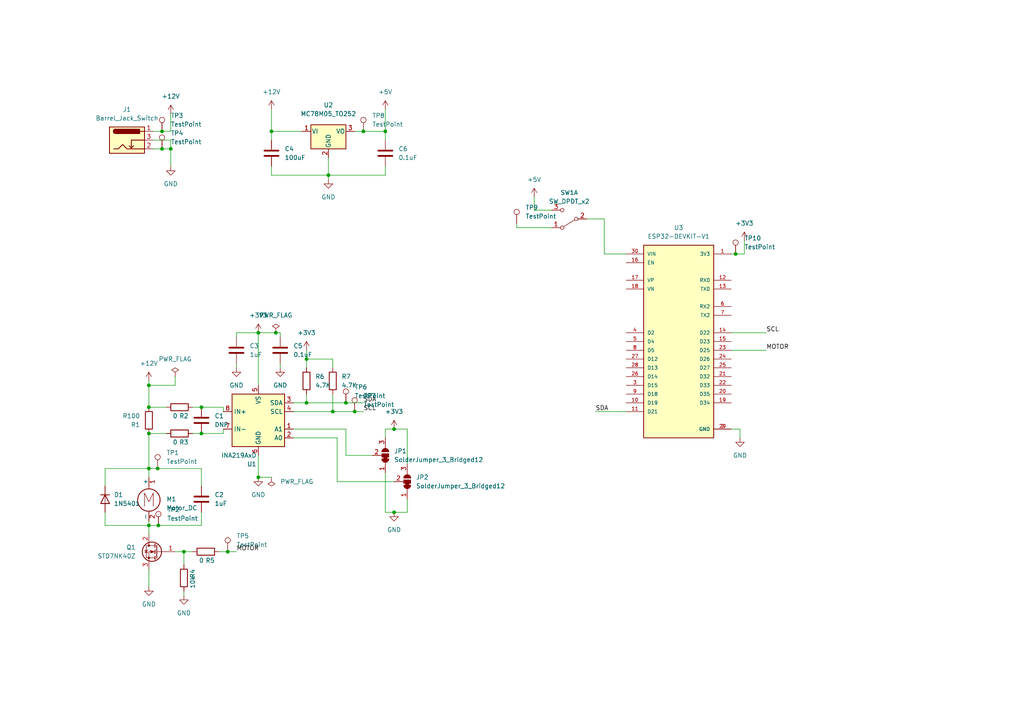
<source format=kicad_sch>
(kicad_sch (version 20211123) (generator eeschema)

  (uuid 70e99316-1f28-4fe0-acee-e96450c28ad0)

  (paper "A4")

  (lib_symbols
    (symbol "Analog_ADC:INA219AxD" (in_bom yes) (on_board yes)
      (property "Reference" "U" (id 0) (at -6.35 8.89 0)
        (effects (font (size 1.27 1.27)))
      )
      (property "Value" "INA219AxD" (id 1) (at 5.08 8.89 0)
        (effects (font (size 1.27 1.27)))
      )
      (property "Footprint" "Package_SO:SOIC-8_3.9x4.9mm_P1.27mm" (id 2) (at 20.32 -8.89 0)
        (effects (font (size 1.27 1.27)) hide)
      )
      (property "Datasheet" "http://www.ti.com/lit/ds/symlink/ina219.pdf" (id 3) (at 8.89 -2.54 0)
        (effects (font (size 1.27 1.27)) hide)
      )
      (property "ki_keywords" "ADC I2C 16-Bit Oversampling Current Shunt" (id 4) (at 0 0 0)
        (effects (font (size 1.27 1.27)) hide)
      )
      (property "ki_description" "Zero-Drift, Bidirectional Current/Power Monitor (0-26V) With I2C Interface, SOIC-8" (id 5) (at 0 0 0)
        (effects (font (size 1.27 1.27)) hide)
      )
      (property "ki_fp_filters" "SOIC*3.9x4.9mm*P1.27mm*" (id 6) (at 0 0 0)
        (effects (font (size 1.27 1.27)) hide)
      )
      (symbol "INA219AxD_0_1"
        (rectangle (start -7.62 7.62) (end 7.62 -7.62)
          (stroke (width 0.254) (type default) (color 0 0 0 0))
          (fill (type background))
        )
      )
      (symbol "INA219AxD_1_1"
        (pin input line (at 10.16 -2.54 180) (length 2.54)
          (name "A1" (effects (font (size 1.27 1.27))))
          (number "1" (effects (font (size 1.27 1.27))))
        )
        (pin input line (at 10.16 -5.08 180) (length 2.54)
          (name "A0" (effects (font (size 1.27 1.27))))
          (number "2" (effects (font (size 1.27 1.27))))
        )
        (pin bidirectional line (at 10.16 5.08 180) (length 2.54)
          (name "SDA" (effects (font (size 1.27 1.27))))
          (number "3" (effects (font (size 1.27 1.27))))
        )
        (pin input line (at 10.16 2.54 180) (length 2.54)
          (name "SCL" (effects (font (size 1.27 1.27))))
          (number "4" (effects (font (size 1.27 1.27))))
        )
        (pin power_in line (at 0 10.16 270) (length 2.54)
          (name "VS" (effects (font (size 1.27 1.27))))
          (number "5" (effects (font (size 1.27 1.27))))
        )
        (pin power_in line (at 0 -10.16 90) (length 2.54)
          (name "GND" (effects (font (size 1.27 1.27))))
          (number "6" (effects (font (size 1.27 1.27))))
        )
        (pin input line (at -10.16 -2.54 0) (length 2.54)
          (name "IN-" (effects (font (size 1.27 1.27))))
          (number "7" (effects (font (size 1.27 1.27))))
        )
        (pin input line (at -10.16 2.54 0) (length 2.54)
          (name "IN+" (effects (font (size 1.27 1.27))))
          (number "8" (effects (font (size 1.27 1.27))))
        )
      )
    )
    (symbol "Connector:Barrel_Jack_Switch" (pin_names hide) (in_bom yes) (on_board yes)
      (property "Reference" "J" (id 0) (at 0 5.334 0)
        (effects (font (size 1.27 1.27)))
      )
      (property "Value" "Barrel_Jack_Switch" (id 1) (at 0 -5.08 0)
        (effects (font (size 1.27 1.27)))
      )
      (property "Footprint" "" (id 2) (at 1.27 -1.016 0)
        (effects (font (size 1.27 1.27)) hide)
      )
      (property "Datasheet" "~" (id 3) (at 1.27 -1.016 0)
        (effects (font (size 1.27 1.27)) hide)
      )
      (property "ki_keywords" "DC power barrel jack connector" (id 4) (at 0 0 0)
        (effects (font (size 1.27 1.27)) hide)
      )
      (property "ki_description" "DC Barrel Jack with an internal switch" (id 5) (at 0 0 0)
        (effects (font (size 1.27 1.27)) hide)
      )
      (property "ki_fp_filters" "BarrelJack*" (id 6) (at 0 0 0)
        (effects (font (size 1.27 1.27)) hide)
      )
      (symbol "Barrel_Jack_Switch_0_1"
        (rectangle (start -5.08 3.81) (end 5.08 -3.81)
          (stroke (width 0.254) (type default) (color 0 0 0 0))
          (fill (type background))
        )
        (arc (start -3.302 3.175) (mid -3.937 2.54) (end -3.302 1.905)
          (stroke (width 0.254) (type default) (color 0 0 0 0))
          (fill (type none))
        )
        (arc (start -3.302 3.175) (mid -3.937 2.54) (end -3.302 1.905)
          (stroke (width 0.254) (type default) (color 0 0 0 0))
          (fill (type outline))
        )
        (polyline
          (pts
            (xy 1.27 -2.286)
            (xy 1.905 -1.651)
          )
          (stroke (width 0.254) (type default) (color 0 0 0 0))
          (fill (type none))
        )
        (polyline
          (pts
            (xy 5.08 2.54)
            (xy 3.81 2.54)
          )
          (stroke (width 0.254) (type default) (color 0 0 0 0))
          (fill (type none))
        )
        (polyline
          (pts
            (xy 5.08 0)
            (xy 1.27 0)
            (xy 1.27 -2.286)
            (xy 0.635 -1.651)
          )
          (stroke (width 0.254) (type default) (color 0 0 0 0))
          (fill (type none))
        )
        (polyline
          (pts
            (xy -3.81 -2.54)
            (xy -2.54 -2.54)
            (xy -1.27 -1.27)
            (xy 0 -2.54)
            (xy 2.54 -2.54)
            (xy 5.08 -2.54)
          )
          (stroke (width 0.254) (type default) (color 0 0 0 0))
          (fill (type none))
        )
        (rectangle (start 3.683 3.175) (end -3.302 1.905)
          (stroke (width 0.254) (type default) (color 0 0 0 0))
          (fill (type outline))
        )
      )
      (symbol "Barrel_Jack_Switch_1_1"
        (pin passive line (at 7.62 2.54 180) (length 2.54)
          (name "~" (effects (font (size 1.27 1.27))))
          (number "1" (effects (font (size 1.27 1.27))))
        )
        (pin passive line (at 7.62 -2.54 180) (length 2.54)
          (name "~" (effects (font (size 1.27 1.27))))
          (number "2" (effects (font (size 1.27 1.27))))
        )
        (pin passive line (at 7.62 0 180) (length 2.54)
          (name "~" (effects (font (size 1.27 1.27))))
          (number "3" (effects (font (size 1.27 1.27))))
        )
      )
    )
    (symbol "Connector:TestPoint" (pin_numbers hide) (pin_names (offset 0.762) hide) (in_bom yes) (on_board yes)
      (property "Reference" "TP" (id 0) (at 0 6.858 0)
        (effects (font (size 1.27 1.27)))
      )
      (property "Value" "TestPoint" (id 1) (at 0 5.08 0)
        (effects (font (size 1.27 1.27)))
      )
      (property "Footprint" "" (id 2) (at 5.08 0 0)
        (effects (font (size 1.27 1.27)) hide)
      )
      (property "Datasheet" "~" (id 3) (at 5.08 0 0)
        (effects (font (size 1.27 1.27)) hide)
      )
      (property "ki_keywords" "test point tp" (id 4) (at 0 0 0)
        (effects (font (size 1.27 1.27)) hide)
      )
      (property "ki_description" "test point" (id 5) (at 0 0 0)
        (effects (font (size 1.27 1.27)) hide)
      )
      (property "ki_fp_filters" "Pin* Test*" (id 6) (at 0 0 0)
        (effects (font (size 1.27 1.27)) hide)
      )
      (symbol "TestPoint_0_1"
        (circle (center 0 3.302) (radius 0.762)
          (stroke (width 0) (type default) (color 0 0 0 0))
          (fill (type none))
        )
      )
      (symbol "TestPoint_1_1"
        (pin passive line (at 0 0 90) (length 2.54)
          (name "1" (effects (font (size 1.27 1.27))))
          (number "1" (effects (font (size 1.27 1.27))))
        )
      )
    )
    (symbol "Device:C" (pin_numbers hide) (pin_names (offset 0.254)) (in_bom yes) (on_board yes)
      (property "Reference" "C" (id 0) (at 0.635 2.54 0)
        (effects (font (size 1.27 1.27)) (justify left))
      )
      (property "Value" "C" (id 1) (at 0.635 -2.54 0)
        (effects (font (size 1.27 1.27)) (justify left))
      )
      (property "Footprint" "" (id 2) (at 0.9652 -3.81 0)
        (effects (font (size 1.27 1.27)) hide)
      )
      (property "Datasheet" "~" (id 3) (at 0 0 0)
        (effects (font (size 1.27 1.27)) hide)
      )
      (property "ki_keywords" "cap capacitor" (id 4) (at 0 0 0)
        (effects (font (size 1.27 1.27)) hide)
      )
      (property "ki_description" "Unpolarized capacitor" (id 5) (at 0 0 0)
        (effects (font (size 1.27 1.27)) hide)
      )
      (property "ki_fp_filters" "C_*" (id 6) (at 0 0 0)
        (effects (font (size 1.27 1.27)) hide)
      )
      (symbol "C_0_1"
        (polyline
          (pts
            (xy -2.032 -0.762)
            (xy 2.032 -0.762)
          )
          (stroke (width 0.508) (type default) (color 0 0 0 0))
          (fill (type none))
        )
        (polyline
          (pts
            (xy -2.032 0.762)
            (xy 2.032 0.762)
          )
          (stroke (width 0.508) (type default) (color 0 0 0 0))
          (fill (type none))
        )
      )
      (symbol "C_1_1"
        (pin passive line (at 0 3.81 270) (length 2.794)
          (name "~" (effects (font (size 1.27 1.27))))
          (number "1" (effects (font (size 1.27 1.27))))
        )
        (pin passive line (at 0 -3.81 90) (length 2.794)
          (name "~" (effects (font (size 1.27 1.27))))
          (number "2" (effects (font (size 1.27 1.27))))
        )
      )
    )
    (symbol "Device:R" (pin_numbers hide) (pin_names (offset 0)) (in_bom yes) (on_board yes)
      (property "Reference" "R" (id 0) (at 2.032 0 90)
        (effects (font (size 1.27 1.27)))
      )
      (property "Value" "R" (id 1) (at 0 0 90)
        (effects (font (size 1.27 1.27)))
      )
      (property "Footprint" "" (id 2) (at -1.778 0 90)
        (effects (font (size 1.27 1.27)) hide)
      )
      (property "Datasheet" "~" (id 3) (at 0 0 0)
        (effects (font (size 1.27 1.27)) hide)
      )
      (property "ki_keywords" "R res resistor" (id 4) (at 0 0 0)
        (effects (font (size 1.27 1.27)) hide)
      )
      (property "ki_description" "Resistor" (id 5) (at 0 0 0)
        (effects (font (size 1.27 1.27)) hide)
      )
      (property "ki_fp_filters" "R_*" (id 6) (at 0 0 0)
        (effects (font (size 1.27 1.27)) hide)
      )
      (symbol "R_0_1"
        (rectangle (start -1.016 -2.54) (end 1.016 2.54)
          (stroke (width 0.254) (type default) (color 0 0 0 0))
          (fill (type none))
        )
      )
      (symbol "R_1_1"
        (pin passive line (at 0 3.81 270) (length 1.27)
          (name "~" (effects (font (size 1.27 1.27))))
          (number "1" (effects (font (size 1.27 1.27))))
        )
        (pin passive line (at 0 -3.81 90) (length 1.27)
          (name "~" (effects (font (size 1.27 1.27))))
          (number "2" (effects (font (size 1.27 1.27))))
        )
      )
    )
    (symbol "Diode:1N5401" (pin_numbers hide) (pin_names (offset 1.016) hide) (in_bom yes) (on_board yes)
      (property "Reference" "D" (id 0) (at 0 2.54 0)
        (effects (font (size 1.27 1.27)))
      )
      (property "Value" "1N5401" (id 1) (at 0 -2.54 0)
        (effects (font (size 1.27 1.27)))
      )
      (property "Footprint" "Diode_THT:D_DO-201AD_P15.24mm_Horizontal" (id 2) (at 0 -4.445 0)
        (effects (font (size 1.27 1.27)) hide)
      )
      (property "Datasheet" "http://www.vishay.com/docs/88516/1n5400.pdf" (id 3) (at 0 0 0)
        (effects (font (size 1.27 1.27)) hide)
      )
      (property "ki_keywords" "diode" (id 4) (at 0 0 0)
        (effects (font (size 1.27 1.27)) hide)
      )
      (property "ki_description" "100V 3A General Purpose Rectifier Diode, DO-201AD" (id 5) (at 0 0 0)
        (effects (font (size 1.27 1.27)) hide)
      )
      (property "ki_fp_filters" "D*DO?201AD*" (id 6) (at 0 0 0)
        (effects (font (size 1.27 1.27)) hide)
      )
      (symbol "1N5401_0_1"
        (polyline
          (pts
            (xy -1.27 1.27)
            (xy -1.27 -1.27)
          )
          (stroke (width 0.254) (type default) (color 0 0 0 0))
          (fill (type none))
        )
        (polyline
          (pts
            (xy 1.27 0)
            (xy -1.27 0)
          )
          (stroke (width 0) (type default) (color 0 0 0 0))
          (fill (type none))
        )
        (polyline
          (pts
            (xy 1.27 1.27)
            (xy 1.27 -1.27)
            (xy -1.27 0)
            (xy 1.27 1.27)
          )
          (stroke (width 0.254) (type default) (color 0 0 0 0))
          (fill (type none))
        )
      )
      (symbol "1N5401_1_1"
        (pin passive line (at -3.81 0 0) (length 2.54)
          (name "K" (effects (font (size 1.27 1.27))))
          (number "1" (effects (font (size 1.27 1.27))))
        )
        (pin passive line (at 3.81 0 180) (length 2.54)
          (name "A" (effects (font (size 1.27 1.27))))
          (number "2" (effects (font (size 1.27 1.27))))
        )
      )
    )
    (symbol "ESP32-DEVKIT-V1:ESP32-DEVKIT-V1" (pin_names (offset 1.016)) (in_bom yes) (on_board yes)
      (property "Reference" "U" (id 0) (at -10.16 30.48 0)
        (effects (font (size 1.27 1.27)) (justify left bottom))
      )
      (property "Value" "ESP32-DEVKIT-V1" (id 1) (at -10.16 -30.48 0)
        (effects (font (size 1.27 1.27)) (justify left bottom))
      )
      (property "Footprint" "MODULE_ESP32_DEVKIT_V1" (id 2) (at 0 0 0)
        (effects (font (size 1.27 1.27)) (justify left bottom) hide)
      )
      (property "Datasheet" "" (id 3) (at 0 0 0)
        (effects (font (size 1.27 1.27)) (justify left bottom) hide)
      )
      (property "STANDARD" "Manufacturer Recommendations" (id 4) (at 0 0 0)
        (effects (font (size 1.27 1.27)) (justify left bottom) hide)
      )
      (property "MAXIMUM_PACKAGE_HEIGHT" "6.8 mm" (id 5) (at 0 0 0)
        (effects (font (size 1.27 1.27)) (justify left bottom) hide)
      )
      (property "PARTREV" "N/A" (id 6) (at 0 0 0)
        (effects (font (size 1.27 1.27)) (justify left bottom) hide)
      )
      (property "MANUFACTURER" "DOIT" (id 7) (at 0 0 0)
        (effects (font (size 1.27 1.27)) (justify left bottom) hide)
      )
      (property "ki_locked" "" (id 8) (at 0 0 0)
        (effects (font (size 1.27 1.27)))
      )
      (symbol "ESP32-DEVKIT-V1_0_0"
        (rectangle (start -10.16 -27.94) (end 10.16 27.94)
          (stroke (width 0.254) (type default) (color 0 0 0 0))
          (fill (type background))
        )
        (pin output line (at 15.24 25.4 180) (length 5.08)
          (name "3V3" (effects (font (size 1.016 1.016))))
          (number "1" (effects (font (size 1.016 1.016))))
        )
        (pin bidirectional line (at -15.24 -17.78 0) (length 5.08)
          (name "D19" (effects (font (size 1.016 1.016))))
          (number "10" (effects (font (size 1.016 1.016))))
        )
        (pin bidirectional line (at -15.24 -20.32 0) (length 5.08)
          (name "D21" (effects (font (size 1.016 1.016))))
          (number "11" (effects (font (size 1.016 1.016))))
        )
        (pin input line (at 15.24 17.78 180) (length 5.08)
          (name "RX0" (effects (font (size 1.016 1.016))))
          (number "12" (effects (font (size 1.016 1.016))))
        )
        (pin output line (at 15.24 15.24 180) (length 5.08)
          (name "TX0" (effects (font (size 1.016 1.016))))
          (number "13" (effects (font (size 1.016 1.016))))
        )
        (pin bidirectional line (at 15.24 2.54 180) (length 5.08)
          (name "D22" (effects (font (size 1.016 1.016))))
          (number "14" (effects (font (size 1.016 1.016))))
        )
        (pin bidirectional line (at 15.24 0 180) (length 5.08)
          (name "D23" (effects (font (size 1.016 1.016))))
          (number "15" (effects (font (size 1.016 1.016))))
        )
        (pin input line (at -15.24 22.86 0) (length 5.08)
          (name "EN" (effects (font (size 1.016 1.016))))
          (number "16" (effects (font (size 1.016 1.016))))
        )
        (pin bidirectional line (at -15.24 17.78 0) (length 5.08)
          (name "VP" (effects (font (size 1.016 1.016))))
          (number "17" (effects (font (size 1.016 1.016))))
        )
        (pin bidirectional line (at -15.24 15.24 0) (length 5.08)
          (name "VN" (effects (font (size 1.016 1.016))))
          (number "18" (effects (font (size 1.016 1.016))))
        )
        (pin bidirectional line (at 15.24 -17.78 180) (length 5.08)
          (name "D34" (effects (font (size 1.016 1.016))))
          (number "19" (effects (font (size 1.016 1.016))))
        )
        (pin power_in line (at 15.24 -25.4 180) (length 5.08)
          (name "GND" (effects (font (size 1.016 1.016))))
          (number "2" (effects (font (size 1.016 1.016))))
        )
        (pin bidirectional line (at 15.24 -15.24 180) (length 5.08)
          (name "D35" (effects (font (size 1.016 1.016))))
          (number "20" (effects (font (size 1.016 1.016))))
        )
        (pin bidirectional line (at 15.24 -10.16 180) (length 5.08)
          (name "D32" (effects (font (size 1.016 1.016))))
          (number "21" (effects (font (size 1.016 1.016))))
        )
        (pin bidirectional line (at 15.24 -12.7 180) (length 5.08)
          (name "D33" (effects (font (size 1.016 1.016))))
          (number "22" (effects (font (size 1.016 1.016))))
        )
        (pin bidirectional line (at 15.24 -2.54 180) (length 5.08)
          (name "D25" (effects (font (size 1.016 1.016))))
          (number "23" (effects (font (size 1.016 1.016))))
        )
        (pin bidirectional line (at 15.24 -5.08 180) (length 5.08)
          (name "D26" (effects (font (size 1.016 1.016))))
          (number "24" (effects (font (size 1.016 1.016))))
        )
        (pin bidirectional line (at 15.24 -7.62 180) (length 5.08)
          (name "D27" (effects (font (size 1.016 1.016))))
          (number "25" (effects (font (size 1.016 1.016))))
        )
        (pin bidirectional line (at -15.24 -10.16 0) (length 5.08)
          (name "D14" (effects (font (size 1.016 1.016))))
          (number "26" (effects (font (size 1.016 1.016))))
        )
        (pin bidirectional line (at -15.24 -5.08 0) (length 5.08)
          (name "D12" (effects (font (size 1.016 1.016))))
          (number "27" (effects (font (size 1.016 1.016))))
        )
        (pin bidirectional line (at -15.24 -7.62 0) (length 5.08)
          (name "D13" (effects (font (size 1.016 1.016))))
          (number "28" (effects (font (size 1.016 1.016))))
        )
        (pin power_in line (at 15.24 -25.4 180) (length 5.08)
          (name "GND" (effects (font (size 1.016 1.016))))
          (number "29" (effects (font (size 1.016 1.016))))
        )
        (pin bidirectional line (at -15.24 -12.7 0) (length 5.08)
          (name "D15" (effects (font (size 1.016 1.016))))
          (number "3" (effects (font (size 1.016 1.016))))
        )
        (pin input line (at -15.24 25.4 0) (length 5.08)
          (name "VIN" (effects (font (size 1.016 1.016))))
          (number "30" (effects (font (size 1.016 1.016))))
        )
        (pin bidirectional line (at -15.24 2.54 0) (length 5.08)
          (name "D2" (effects (font (size 1.016 1.016))))
          (number "4" (effects (font (size 1.016 1.016))))
        )
        (pin bidirectional line (at -15.24 0 0) (length 5.08)
          (name "D4" (effects (font (size 1.016 1.016))))
          (number "5" (effects (font (size 1.016 1.016))))
        )
        (pin input line (at 15.24 10.16 180) (length 5.08)
          (name "RX2" (effects (font (size 1.016 1.016))))
          (number "6" (effects (font (size 1.016 1.016))))
        )
        (pin output line (at 15.24 7.62 180) (length 5.08)
          (name "TX2" (effects (font (size 1.016 1.016))))
          (number "7" (effects (font (size 1.016 1.016))))
        )
        (pin bidirectional line (at -15.24 -2.54 0) (length 5.08)
          (name "D5" (effects (font (size 1.016 1.016))))
          (number "8" (effects (font (size 1.016 1.016))))
        )
        (pin bidirectional line (at -15.24 -15.24 0) (length 5.08)
          (name "D18" (effects (font (size 1.016 1.016))))
          (number "9" (effects (font (size 1.016 1.016))))
        )
      )
    )
    (symbol "Jumper:SolderJumper_3_Bridged12" (pin_names (offset 0) hide) (in_bom yes) (on_board yes)
      (property "Reference" "JP" (id 0) (at -2.54 -2.54 0)
        (effects (font (size 1.27 1.27)))
      )
      (property "Value" "SolderJumper_3_Bridged12" (id 1) (at 0 2.794 0)
        (effects (font (size 1.27 1.27)))
      )
      (property "Footprint" "" (id 2) (at 0 0 0)
        (effects (font (size 1.27 1.27)) hide)
      )
      (property "Datasheet" "~" (id 3) (at 0 0 0)
        (effects (font (size 1.27 1.27)) hide)
      )
      (property "ki_keywords" "Solder Jumper SPDT" (id 4) (at 0 0 0)
        (effects (font (size 1.27 1.27)) hide)
      )
      (property "ki_description" "3-pole Solder Jumper, pins 1+2 closed/bridged" (id 5) (at 0 0 0)
        (effects (font (size 1.27 1.27)) hide)
      )
      (property "ki_fp_filters" "SolderJumper*Bridged12*" (id 6) (at 0 0 0)
        (effects (font (size 1.27 1.27)) hide)
      )
      (symbol "SolderJumper_3_Bridged12_0_1"
        (rectangle (start -1.016 0.508) (end -0.508 -0.508)
          (stroke (width 0) (type default) (color 0 0 0 0))
          (fill (type outline))
        )
        (arc (start -1.016 1.016) (mid -2.032 0) (end -1.016 -1.016)
          (stroke (width 0) (type default) (color 0 0 0 0))
          (fill (type none))
        )
        (arc (start -1.016 1.016) (mid -2.032 0) (end -1.016 -1.016)
          (stroke (width 0) (type default) (color 0 0 0 0))
          (fill (type outline))
        )
        (rectangle (start -0.508 1.016) (end 0.508 -1.016)
          (stroke (width 0) (type default) (color 0 0 0 0))
          (fill (type outline))
        )
        (polyline
          (pts
            (xy -2.54 0)
            (xy -2.032 0)
          )
          (stroke (width 0) (type default) (color 0 0 0 0))
          (fill (type none))
        )
        (polyline
          (pts
            (xy -1.016 1.016)
            (xy -1.016 -1.016)
          )
          (stroke (width 0) (type default) (color 0 0 0 0))
          (fill (type none))
        )
        (polyline
          (pts
            (xy 0 -1.27)
            (xy 0 -1.016)
          )
          (stroke (width 0) (type default) (color 0 0 0 0))
          (fill (type none))
        )
        (polyline
          (pts
            (xy 1.016 1.016)
            (xy 1.016 -1.016)
          )
          (stroke (width 0) (type default) (color 0 0 0 0))
          (fill (type none))
        )
        (polyline
          (pts
            (xy 2.54 0)
            (xy 2.032 0)
          )
          (stroke (width 0) (type default) (color 0 0 0 0))
          (fill (type none))
        )
        (arc (start 1.016 -1.016) (mid 2.032 0) (end 1.016 1.016)
          (stroke (width 0) (type default) (color 0 0 0 0))
          (fill (type none))
        )
        (arc (start 1.016 -1.016) (mid 2.032 0) (end 1.016 1.016)
          (stroke (width 0) (type default) (color 0 0 0 0))
          (fill (type outline))
        )
      )
      (symbol "SolderJumper_3_Bridged12_1_1"
        (pin passive line (at -5.08 0 0) (length 2.54)
          (name "A" (effects (font (size 1.27 1.27))))
          (number "1" (effects (font (size 1.27 1.27))))
        )
        (pin passive line (at 0 -3.81 90) (length 2.54)
          (name "C" (effects (font (size 1.27 1.27))))
          (number "2" (effects (font (size 1.27 1.27))))
        )
        (pin passive line (at 5.08 0 180) (length 2.54)
          (name "B" (effects (font (size 1.27 1.27))))
          (number "3" (effects (font (size 1.27 1.27))))
        )
      )
    )
    (symbol "Motor:Motor_DC" (pin_names (offset 0)) (in_bom yes) (on_board yes)
      (property "Reference" "M" (id 0) (at 2.54 2.54 0)
        (effects (font (size 1.27 1.27)) (justify left))
      )
      (property "Value" "Motor_DC" (id 1) (at 2.54 -5.08 0)
        (effects (font (size 1.27 1.27)) (justify left top))
      )
      (property "Footprint" "" (id 2) (at 0 -2.286 0)
        (effects (font (size 1.27 1.27)) hide)
      )
      (property "Datasheet" "~" (id 3) (at 0 -2.286 0)
        (effects (font (size 1.27 1.27)) hide)
      )
      (property "ki_keywords" "DC Motor" (id 4) (at 0 0 0)
        (effects (font (size 1.27 1.27)) hide)
      )
      (property "ki_description" "DC Motor" (id 5) (at 0 0 0)
        (effects (font (size 1.27 1.27)) hide)
      )
      (property "ki_fp_filters" "PinHeader*P2.54mm* TerminalBlock*" (id 6) (at 0 0 0)
        (effects (font (size 1.27 1.27)) hide)
      )
      (symbol "Motor_DC_0_0"
        (polyline
          (pts
            (xy -1.27 -3.302)
            (xy -1.27 0.508)
            (xy 0 -2.032)
            (xy 1.27 0.508)
            (xy 1.27 -3.302)
          )
          (stroke (width 0) (type default) (color 0 0 0 0))
          (fill (type none))
        )
      )
      (symbol "Motor_DC_0_1"
        (circle (center 0 -1.524) (radius 3.2512)
          (stroke (width 0.254) (type default) (color 0 0 0 0))
          (fill (type none))
        )
        (polyline
          (pts
            (xy 0 -7.62)
            (xy 0 -7.112)
          )
          (stroke (width 0) (type default) (color 0 0 0 0))
          (fill (type none))
        )
        (polyline
          (pts
            (xy 0 -4.7752)
            (xy 0 -5.1816)
          )
          (stroke (width 0) (type default) (color 0 0 0 0))
          (fill (type none))
        )
        (polyline
          (pts
            (xy 0 1.7272)
            (xy 0 2.0828)
          )
          (stroke (width 0) (type default) (color 0 0 0 0))
          (fill (type none))
        )
        (polyline
          (pts
            (xy 0 2.032)
            (xy 0 2.54)
          )
          (stroke (width 0) (type default) (color 0 0 0 0))
          (fill (type none))
        )
      )
      (symbol "Motor_DC_1_1"
        (pin passive line (at 0 5.08 270) (length 2.54)
          (name "+" (effects (font (size 1.27 1.27))))
          (number "1" (effects (font (size 1.27 1.27))))
        )
        (pin passive line (at 0 -7.62 90) (length 2.54)
          (name "-" (effects (font (size 1.27 1.27))))
          (number "2" (effects (font (size 1.27 1.27))))
        )
      )
    )
    (symbol "Regulator_Linear:MC78M05_TO252" (pin_names (offset 0.254)) (in_bom yes) (on_board yes)
      (property "Reference" "U" (id 0) (at -3.81 3.175 0)
        (effects (font (size 1.27 1.27)))
      )
      (property "Value" "MC78M05_TO252" (id 1) (at 0 3.175 0)
        (effects (font (size 1.27 1.27)) (justify left))
      )
      (property "Footprint" "Package_TO_SOT_SMD:TO-252-2" (id 2) (at 0 5.715 0)
        (effects (font (size 1.27 1.27) italic) hide)
      )
      (property "Datasheet" "https://www.onsemi.com/pub/Collateral/MC78M00-D.PDF" (id 3) (at 0 -1.27 0)
        (effects (font (size 1.27 1.27)) hide)
      )
      (property "ki_keywords" "Voltage Regulator 500mA Positive" (id 4) (at 0 0 0)
        (effects (font (size 1.27 1.27)) hide)
      )
      (property "ki_description" "Positive 500mA 35V Linear Regulator, Fixed Output 5V, TO-252 (D-PAK)" (id 5) (at 0 0 0)
        (effects (font (size 1.27 1.27)) hide)
      )
      (property "ki_fp_filters" "TO?252*" (id 6) (at 0 0 0)
        (effects (font (size 1.27 1.27)) hide)
      )
      (symbol "MC78M05_TO252_0_1"
        (rectangle (start -5.08 1.905) (end 5.08 -5.08)
          (stroke (width 0.254) (type default) (color 0 0 0 0))
          (fill (type background))
        )
      )
      (symbol "MC78M05_TO252_1_1"
        (pin power_in line (at -7.62 0 0) (length 2.54)
          (name "VI" (effects (font (size 1.27 1.27))))
          (number "1" (effects (font (size 1.27 1.27))))
        )
        (pin power_in line (at 0 -7.62 90) (length 2.54)
          (name "GND" (effects (font (size 1.27 1.27))))
          (number "2" (effects (font (size 1.27 1.27))))
        )
        (pin power_out line (at 7.62 0 180) (length 2.54)
          (name "VO" (effects (font (size 1.27 1.27))))
          (number "3" (effects (font (size 1.27 1.27))))
        )
      )
    )
    (symbol "Switch:SW_DPDT_x2" (pin_names (offset 0) hide) (in_bom yes) (on_board yes)
      (property "Reference" "SW" (id 0) (at 0 4.318 0)
        (effects (font (size 1.27 1.27)))
      )
      (property "Value" "SW_DPDT_x2" (id 1) (at 0 -5.08 0)
        (effects (font (size 1.27 1.27)))
      )
      (property "Footprint" "" (id 2) (at 0 0 0)
        (effects (font (size 1.27 1.27)) hide)
      )
      (property "Datasheet" "~" (id 3) (at 0 0 0)
        (effects (font (size 1.27 1.27)) hide)
      )
      (property "ki_keywords" "switch dual-pole double-throw DPDT spdt ON-ON" (id 4) (at 0 0 0)
        (effects (font (size 1.27 1.27)) hide)
      )
      (property "ki_description" "Switch, dual pole double throw, separate symbols" (id 5) (at 0 0 0)
        (effects (font (size 1.27 1.27)) hide)
      )
      (property "ki_fp_filters" "SW*DPDT*" (id 6) (at 0 0 0)
        (effects (font (size 1.27 1.27)) hide)
      )
      (symbol "SW_DPDT_x2_0_0"
        (circle (center -2.032 0) (radius 0.508)
          (stroke (width 0) (type default) (color 0 0 0 0))
          (fill (type none))
        )
        (circle (center 2.032 -2.54) (radius 0.508)
          (stroke (width 0) (type default) (color 0 0 0 0))
          (fill (type none))
        )
      )
      (symbol "SW_DPDT_x2_0_1"
        (polyline
          (pts
            (xy -1.524 0.254)
            (xy 1.651 2.286)
          )
          (stroke (width 0) (type default) (color 0 0 0 0))
          (fill (type none))
        )
        (circle (center 2.032 2.54) (radius 0.508)
          (stroke (width 0) (type default) (color 0 0 0 0))
          (fill (type none))
        )
      )
      (symbol "SW_DPDT_x2_1_1"
        (pin passive line (at 5.08 2.54 180) (length 2.54)
          (name "A" (effects (font (size 1.27 1.27))))
          (number "1" (effects (font (size 1.27 1.27))))
        )
        (pin passive line (at -5.08 0 0) (length 2.54)
          (name "B" (effects (font (size 1.27 1.27))))
          (number "2" (effects (font (size 1.27 1.27))))
        )
        (pin passive line (at 5.08 -2.54 180) (length 2.54)
          (name "C" (effects (font (size 1.27 1.27))))
          (number "3" (effects (font (size 1.27 1.27))))
        )
      )
      (symbol "SW_DPDT_x2_2_1"
        (pin passive line (at 5.08 2.54 180) (length 2.54)
          (name "A" (effects (font (size 1.27 1.27))))
          (number "4" (effects (font (size 1.27 1.27))))
        )
        (pin passive line (at -5.08 0 0) (length 2.54)
          (name "B" (effects (font (size 1.27 1.27))))
          (number "5" (effects (font (size 1.27 1.27))))
        )
        (pin passive line (at 5.08 -2.54 180) (length 2.54)
          (name "C" (effects (font (size 1.27 1.27))))
          (number "6" (effects (font (size 1.27 1.27))))
        )
      )
    )
    (symbol "Transistor_FET:STD7NK40Z" (pin_names hide) (in_bom yes) (on_board yes)
      (property "Reference" "Q" (id 0) (at 5.08 1.905 0)
        (effects (font (size 1.27 1.27)) (justify left))
      )
      (property "Value" "STD7NK40Z" (id 1) (at 5.08 0 0)
        (effects (font (size 1.27 1.27)) (justify left))
      )
      (property "Footprint" "Package_TO_SOT_SMD:TO-252-2" (id 2) (at 5.08 -1.905 0)
        (effects (font (size 1.27 1.27) italic) (justify left) hide)
      )
      (property "Datasheet" "https://www.st.com/resource/en/datasheet/std7nk40zt4.pdf" (id 3) (at 0 0 0)
        (effects (font (size 1.27 1.27)) (justify left) hide)
      )
      (property "ki_keywords" "N-Channel MOSFET" (id 4) (at 0 0 0)
        (effects (font (size 1.27 1.27)) hide)
      )
      (property "ki_description" "5.4A Id, 400V Vds, N-Channel MOSFET, 1Ohm Ron, DPAK" (id 5) (at 0 0 0)
        (effects (font (size 1.27 1.27)) hide)
      )
      (property "ki_fp_filters" "TO?252*" (id 6) (at 0 0 0)
        (effects (font (size 1.27 1.27)) hide)
      )
      (symbol "STD7NK40Z_0_1"
        (polyline
          (pts
            (xy 0.254 0)
            (xy -2.54 0)
          )
          (stroke (width 0) (type default) (color 0 0 0 0))
          (fill (type none))
        )
        (polyline
          (pts
            (xy 0.254 1.905)
            (xy 0.254 -1.905)
          )
          (stroke (width 0.254) (type default) (color 0 0 0 0))
          (fill (type none))
        )
        (polyline
          (pts
            (xy 0.762 -1.27)
            (xy 0.762 -2.286)
          )
          (stroke (width 0.254) (type default) (color 0 0 0 0))
          (fill (type none))
        )
        (polyline
          (pts
            (xy 0.762 0.508)
            (xy 0.762 -0.508)
          )
          (stroke (width 0.254) (type default) (color 0 0 0 0))
          (fill (type none))
        )
        (polyline
          (pts
            (xy 0.762 2.286)
            (xy 0.762 1.27)
          )
          (stroke (width 0.254) (type default) (color 0 0 0 0))
          (fill (type none))
        )
        (polyline
          (pts
            (xy 2.54 2.54)
            (xy 2.54 1.778)
          )
          (stroke (width 0) (type default) (color 0 0 0 0))
          (fill (type none))
        )
        (polyline
          (pts
            (xy 2.54 -2.54)
            (xy 2.54 0)
            (xy 0.762 0)
          )
          (stroke (width 0) (type default) (color 0 0 0 0))
          (fill (type none))
        )
        (polyline
          (pts
            (xy 0.762 -1.778)
            (xy 3.302 -1.778)
            (xy 3.302 1.778)
            (xy 0.762 1.778)
          )
          (stroke (width 0) (type default) (color 0 0 0 0))
          (fill (type none))
        )
        (polyline
          (pts
            (xy 1.016 0)
            (xy 2.032 0.381)
            (xy 2.032 -0.381)
            (xy 1.016 0)
          )
          (stroke (width 0) (type default) (color 0 0 0 0))
          (fill (type outline))
        )
        (polyline
          (pts
            (xy 2.794 0.508)
            (xy 2.921 0.381)
            (xy 3.683 0.381)
            (xy 3.81 0.254)
          )
          (stroke (width 0) (type default) (color 0 0 0 0))
          (fill (type none))
        )
        (polyline
          (pts
            (xy 3.302 0.381)
            (xy 2.921 -0.254)
            (xy 3.683 -0.254)
            (xy 3.302 0.381)
          )
          (stroke (width 0) (type default) (color 0 0 0 0))
          (fill (type none))
        )
        (circle (center 1.651 0) (radius 2.794)
          (stroke (width 0.254) (type default) (color 0 0 0 0))
          (fill (type none))
        )
        (circle (center 2.54 -1.778) (radius 0.254)
          (stroke (width 0) (type default) (color 0 0 0 0))
          (fill (type outline))
        )
        (circle (center 2.54 1.778) (radius 0.254)
          (stroke (width 0) (type default) (color 0 0 0 0))
          (fill (type outline))
        )
      )
      (symbol "STD7NK40Z_1_1"
        (pin passive line (at -5.08 0 0) (length 2.54)
          (name "G" (effects (font (size 1.27 1.27))))
          (number "1" (effects (font (size 1.27 1.27))))
        )
        (pin passive line (at 2.54 5.08 270) (length 2.54)
          (name "D" (effects (font (size 1.27 1.27))))
          (number "2" (effects (font (size 1.27 1.27))))
        )
        (pin passive line (at 2.54 -5.08 90) (length 2.54)
          (name "S" (effects (font (size 1.27 1.27))))
          (number "3" (effects (font (size 1.27 1.27))))
        )
      )
    )
    (symbol "power:+12V" (power) (pin_names (offset 0)) (in_bom yes) (on_board yes)
      (property "Reference" "#PWR" (id 0) (at 0 -3.81 0)
        (effects (font (size 1.27 1.27)) hide)
      )
      (property "Value" "+12V" (id 1) (at 0 3.556 0)
        (effects (font (size 1.27 1.27)))
      )
      (property "Footprint" "" (id 2) (at 0 0 0)
        (effects (font (size 1.27 1.27)) hide)
      )
      (property "Datasheet" "" (id 3) (at 0 0 0)
        (effects (font (size 1.27 1.27)) hide)
      )
      (property "ki_keywords" "power-flag" (id 4) (at 0 0 0)
        (effects (font (size 1.27 1.27)) hide)
      )
      (property "ki_description" "Power symbol creates a global label with name \"+12V\"" (id 5) (at 0 0 0)
        (effects (font (size 1.27 1.27)) hide)
      )
      (symbol "+12V_0_1"
        (polyline
          (pts
            (xy -0.762 1.27)
            (xy 0 2.54)
          )
          (stroke (width 0) (type default) (color 0 0 0 0))
          (fill (type none))
        )
        (polyline
          (pts
            (xy 0 0)
            (xy 0 2.54)
          )
          (stroke (width 0) (type default) (color 0 0 0 0))
          (fill (type none))
        )
        (polyline
          (pts
            (xy 0 2.54)
            (xy 0.762 1.27)
          )
          (stroke (width 0) (type default) (color 0 0 0 0))
          (fill (type none))
        )
      )
      (symbol "+12V_1_1"
        (pin power_in line (at 0 0 90) (length 0) hide
          (name "+12V" (effects (font (size 1.27 1.27))))
          (number "1" (effects (font (size 1.27 1.27))))
        )
      )
    )
    (symbol "power:+3.3V" (power) (pin_names (offset 0)) (in_bom yes) (on_board yes)
      (property "Reference" "#PWR" (id 0) (at 0 -3.81 0)
        (effects (font (size 1.27 1.27)) hide)
      )
      (property "Value" "+3.3V" (id 1) (at 0 3.556 0)
        (effects (font (size 1.27 1.27)))
      )
      (property "Footprint" "" (id 2) (at 0 0 0)
        (effects (font (size 1.27 1.27)) hide)
      )
      (property "Datasheet" "" (id 3) (at 0 0 0)
        (effects (font (size 1.27 1.27)) hide)
      )
      (property "ki_keywords" "power-flag" (id 4) (at 0 0 0)
        (effects (font (size 1.27 1.27)) hide)
      )
      (property "ki_description" "Power symbol creates a global label with name \"+3.3V\"" (id 5) (at 0 0 0)
        (effects (font (size 1.27 1.27)) hide)
      )
      (symbol "+3.3V_0_1"
        (polyline
          (pts
            (xy -0.762 1.27)
            (xy 0 2.54)
          )
          (stroke (width 0) (type default) (color 0 0 0 0))
          (fill (type none))
        )
        (polyline
          (pts
            (xy 0 0)
            (xy 0 2.54)
          )
          (stroke (width 0) (type default) (color 0 0 0 0))
          (fill (type none))
        )
        (polyline
          (pts
            (xy 0 2.54)
            (xy 0.762 1.27)
          )
          (stroke (width 0) (type default) (color 0 0 0 0))
          (fill (type none))
        )
      )
      (symbol "+3.3V_1_1"
        (pin power_in line (at 0 0 90) (length 0) hide
          (name "+3V3" (effects (font (size 1.27 1.27))))
          (number "1" (effects (font (size 1.27 1.27))))
        )
      )
    )
    (symbol "power:+5V" (power) (pin_names (offset 0)) (in_bom yes) (on_board yes)
      (property "Reference" "#PWR" (id 0) (at 0 -3.81 0)
        (effects (font (size 1.27 1.27)) hide)
      )
      (property "Value" "+5V" (id 1) (at 0 3.556 0)
        (effects (font (size 1.27 1.27)))
      )
      (property "Footprint" "" (id 2) (at 0 0 0)
        (effects (font (size 1.27 1.27)) hide)
      )
      (property "Datasheet" "" (id 3) (at 0 0 0)
        (effects (font (size 1.27 1.27)) hide)
      )
      (property "ki_keywords" "power-flag" (id 4) (at 0 0 0)
        (effects (font (size 1.27 1.27)) hide)
      )
      (property "ki_description" "Power symbol creates a global label with name \"+5V\"" (id 5) (at 0 0 0)
        (effects (font (size 1.27 1.27)) hide)
      )
      (symbol "+5V_0_1"
        (polyline
          (pts
            (xy -0.762 1.27)
            (xy 0 2.54)
          )
          (stroke (width 0) (type default) (color 0 0 0 0))
          (fill (type none))
        )
        (polyline
          (pts
            (xy 0 0)
            (xy 0 2.54)
          )
          (stroke (width 0) (type default) (color 0 0 0 0))
          (fill (type none))
        )
        (polyline
          (pts
            (xy 0 2.54)
            (xy 0.762 1.27)
          )
          (stroke (width 0) (type default) (color 0 0 0 0))
          (fill (type none))
        )
      )
      (symbol "+5V_1_1"
        (pin power_in line (at 0 0 90) (length 0) hide
          (name "+5V" (effects (font (size 1.27 1.27))))
          (number "1" (effects (font (size 1.27 1.27))))
        )
      )
    )
    (symbol "power:GND" (power) (pin_names (offset 0)) (in_bom yes) (on_board yes)
      (property "Reference" "#PWR" (id 0) (at 0 -6.35 0)
        (effects (font (size 1.27 1.27)) hide)
      )
      (property "Value" "GND" (id 1) (at 0 -3.81 0)
        (effects (font (size 1.27 1.27)))
      )
      (property "Footprint" "" (id 2) (at 0 0 0)
        (effects (font (size 1.27 1.27)) hide)
      )
      (property "Datasheet" "" (id 3) (at 0 0 0)
        (effects (font (size 1.27 1.27)) hide)
      )
      (property "ki_keywords" "power-flag" (id 4) (at 0 0 0)
        (effects (font (size 1.27 1.27)) hide)
      )
      (property "ki_description" "Power symbol creates a global label with name \"GND\" , ground" (id 5) (at 0 0 0)
        (effects (font (size 1.27 1.27)) hide)
      )
      (symbol "GND_0_1"
        (polyline
          (pts
            (xy 0 0)
            (xy 0 -1.27)
            (xy 1.27 -1.27)
            (xy 0 -2.54)
            (xy -1.27 -1.27)
            (xy 0 -1.27)
          )
          (stroke (width 0) (type default) (color 0 0 0 0))
          (fill (type none))
        )
      )
      (symbol "GND_1_1"
        (pin power_in line (at 0 0 270) (length 0) hide
          (name "GND" (effects (font (size 1.27 1.27))))
          (number "1" (effects (font (size 1.27 1.27))))
        )
      )
    )
    (symbol "power:PWR_FLAG" (power) (pin_numbers hide) (pin_names (offset 0) hide) (in_bom yes) (on_board yes)
      (property "Reference" "#FLG" (id 0) (at 0 1.905 0)
        (effects (font (size 1.27 1.27)) hide)
      )
      (property "Value" "PWR_FLAG" (id 1) (at 0 3.81 0)
        (effects (font (size 1.27 1.27)))
      )
      (property "Footprint" "" (id 2) (at 0 0 0)
        (effects (font (size 1.27 1.27)) hide)
      )
      (property "Datasheet" "~" (id 3) (at 0 0 0)
        (effects (font (size 1.27 1.27)) hide)
      )
      (property "ki_keywords" "power-flag" (id 4) (at 0 0 0)
        (effects (font (size 1.27 1.27)) hide)
      )
      (property "ki_description" "Special symbol for telling ERC where power comes from" (id 5) (at 0 0 0)
        (effects (font (size 1.27 1.27)) hide)
      )
      (symbol "PWR_FLAG_0_0"
        (pin power_out line (at 0 0 90) (length 0)
          (name "pwr" (effects (font (size 1.27 1.27))))
          (number "1" (effects (font (size 1.27 1.27))))
        )
      )
      (symbol "PWR_FLAG_0_1"
        (polyline
          (pts
            (xy 0 0)
            (xy 0 1.27)
            (xy -1.016 1.905)
            (xy 0 2.54)
            (xy 1.016 1.905)
            (xy 0 1.27)
          )
          (stroke (width 0) (type default) (color 0 0 0 0))
          (fill (type none))
        )
      )
    )
  )

  (junction (at 74.93 96.52) (diameter 0) (color 0 0 0 0)
    (uuid 00073935-a86b-40ea-af22-3391aa0d4b5b)
  )
  (junction (at 49.53 43.18) (diameter 0) (color 0 0 0 0)
    (uuid 01640f0c-e460-49de-9a78-dcade2fa9422)
  )
  (junction (at 95.25 50.8) (diameter 0) (color 0 0 0 0)
    (uuid 03a15b43-df36-453e-8edb-7b2eb6f6cf20)
  )
  (junction (at 111.76 38.1) (diameter 0) (color 0 0 0 0)
    (uuid 11b97752-ea80-4332-aead-79f9d3c58ae9)
  )
  (junction (at 78.74 38.1) (diameter 0) (color 0 0 0 0)
    (uuid 2fec021d-610c-4183-a4a7-8ee79e4a70f6)
  )
  (junction (at 46.99 43.18) (diameter 0) (color 0 0 0 0)
    (uuid 34c2735c-1949-4a66-b78b-ff179d87fbe4)
  )
  (junction (at 88.9 104.14) (diameter 0) (color 0 0 0 0)
    (uuid 427440ca-87e7-4e11-bd5f-7b492b5a515c)
  )
  (junction (at 43.18 118.11) (diameter 0) (color 0 0 0 0)
    (uuid 52199e8b-c5bd-4b39-b0ac-187273e67bd2)
  )
  (junction (at 53.34 160.02) (diameter 0) (color 0 0 0 0)
    (uuid 5fac018c-d99c-43e0-b3ef-c5a75d9839ed)
  )
  (junction (at 105.41 38.1) (diameter 0) (color 0 0 0 0)
    (uuid 66e5a133-3a76-482a-a737-99f9648a5d49)
  )
  (junction (at 80.01 96.52) (diameter 0) (color 0 0 0 0)
    (uuid 66e8adcf-57c6-49a8-a29c-b73e07a00caa)
  )
  (junction (at 45.72 135.89) (diameter 0) (color 0 0 0 0)
    (uuid 79704e45-c5c3-4570-ba37-e620a65ea9c7)
  )
  (junction (at 74.93 138.43) (diameter 0) (color 0 0 0 0)
    (uuid 7de93a9a-5b3b-4d9b-88dd-3e4e63f163fe)
  )
  (junction (at 100.33 116.84) (diameter 0) (color 0 0 0 0)
    (uuid 83d1fa7a-b6b6-490e-ac7d-eec57bdc1b6f)
  )
  (junction (at 58.42 125.73) (diameter 0) (color 0 0 0 0)
    (uuid 9071b3c2-4810-4e03-9ddf-8647b672747f)
  )
  (junction (at 58.42 118.11) (diameter 0) (color 0 0 0 0)
    (uuid 9feb78f3-4e47-4b6a-a64b-b012c2071ea3)
  )
  (junction (at 45.9436 152.4) (diameter 0) (color 0 0 0 0)
    (uuid a08b1ff9-af08-4062-b8a4-5ba4b8a5dd65)
  )
  (junction (at 66.04 160.02) (diameter 0) (color 0 0 0 0)
    (uuid ab03f22a-90cb-4d2d-a398-50de4ee36108)
  )
  (junction (at 43.18 111.76) (diameter 0) (color 0 0 0 0)
    (uuid ac28ab65-0570-4f29-9ad3-af51040c9b6f)
  )
  (junction (at 43.18 125.73) (diameter 0) (color 0 0 0 0)
    (uuid ade1098f-5259-421d-9a71-9dd340c3d272)
  )
  (junction (at 114.3 148.59) (diameter 0) (color 0 0 0 0)
    (uuid b2572710-ec46-461c-8d8b-29fedc22720a)
  )
  (junction (at 88.9 116.84) (diameter 0) (color 0 0 0 0)
    (uuid b64ca73c-6598-4253-ba78-da8e27ecff43)
  )
  (junction (at 213.36 73.66) (diameter 0) (color 0 0 0 0)
    (uuid ba229bce-ef56-43ab-90cc-25f8a3c76ec2)
  )
  (junction (at 114.3 124.46) (diameter 0) (color 0 0 0 0)
    (uuid ce1eda4f-546e-4163-9bc4-4aafb33f906d)
  )
  (junction (at 96.52 119.38) (diameter 0) (color 0 0 0 0)
    (uuid dc74c47f-2c15-4904-9d81-2a20f922192a)
  )
  (junction (at 46.99 38.1) (diameter 0) (color 0 0 0 0)
    (uuid dd9d2921-91c7-46ce-af2e-07348c8d4f44)
  )
  (junction (at 43.18 135.89) (diameter 0) (color 0 0 0 0)
    (uuid f131b9d3-09ba-41f2-97ca-cf6d1ea82649)
  )
  (junction (at 43.18 152.4) (diameter 0) (color 0 0 0 0)
    (uuid faa110dd-12d9-4625-9b18-0d81a97e3db1)
  )
  (junction (at 102.87 119.38) (diameter 0) (color 0 0 0 0)
    (uuid fde409c4-c15a-40a2-a966-c37dc34cf69e)
  )

  (wire (pts (xy 215.9 69.85) (xy 215.9 73.66))
    (stroke (width 0) (type default) (color 0 0 0 0))
    (uuid 007aeb40-f5a0-4da3-bf02-2f381b03e564)
  )
  (wire (pts (xy 85.09 119.38) (xy 96.52 119.38))
    (stroke (width 0) (type default) (color 0 0 0 0))
    (uuid 05229756-7be8-43a8-b96a-cc0d065db784)
  )
  (wire (pts (xy 43.18 151.13) (xy 43.18 152.4))
    (stroke (width 0) (type default) (color 0 0 0 0))
    (uuid 053caf06-5423-490e-bb2c-3c10b1538f4b)
  )
  (wire (pts (xy 149.86 66.04) (xy 160.02 66.04))
    (stroke (width 0) (type default) (color 0 0 0 0))
    (uuid 061775d0-2fd9-45db-bca8-aa7d0ca1fbad)
  )
  (wire (pts (xy 78.74 31.75) (xy 78.74 38.1))
    (stroke (width 0) (type default) (color 0 0 0 0))
    (uuid 0fbb7d0e-307e-4131-9cc7-8f7268d506c0)
  )
  (wire (pts (xy 58.42 125.73) (xy 55.88 125.73))
    (stroke (width 0) (type default) (color 0 0 0 0))
    (uuid 0ffab7d7-1d13-4ac7-ad99-65c16f41d533)
  )
  (wire (pts (xy 43.18 135.89) (xy 45.72 135.89))
    (stroke (width 0) (type default) (color 0 0 0 0))
    (uuid 1bfc93e6-f1f4-4c6e-9dad-b5a2ec4ffdcf)
  )
  (wire (pts (xy 97.79 139.7) (xy 114.3 139.7))
    (stroke (width 0) (type default) (color 0 0 0 0))
    (uuid 23a9b316-fbc6-4cca-ab26-8d68c07d2df1)
  )
  (wire (pts (xy 88.9 101.6) (xy 88.9 104.14))
    (stroke (width 0) (type default) (color 0 0 0 0))
    (uuid 23e072f5-0c7c-49eb-9099-4053dc2e429a)
  )
  (wire (pts (xy 50.8 109.22) (xy 50.8 111.76))
    (stroke (width 0) (type default) (color 0 0 0 0))
    (uuid 244879bc-fd36-4a83-b64a-358fb5004d4f)
  )
  (wire (pts (xy 105.41 38.1) (xy 111.76 38.1))
    (stroke (width 0) (type default) (color 0 0 0 0))
    (uuid 258b7c11-6649-4aae-863e-37a4f98e13fd)
  )
  (wire (pts (xy 43.18 165.1) (xy 43.18 170.18))
    (stroke (width 0) (type default) (color 0 0 0 0))
    (uuid 268f27a2-58da-4733-8582-0e6d5b9c63f3)
  )
  (wire (pts (xy 78.74 48.26) (xy 78.74 50.8))
    (stroke (width 0) (type default) (color 0 0 0 0))
    (uuid 275470fa-53ab-4df3-9196-c5ef6c9a7d41)
  )
  (wire (pts (xy 46.99 38.1) (xy 49.53 38.1))
    (stroke (width 0) (type default) (color 0 0 0 0))
    (uuid 32e64eb1-545d-45a3-9a14-5777b4714ff8)
  )
  (wire (pts (xy 85.09 127) (xy 97.79 127))
    (stroke (width 0) (type default) (color 0 0 0 0))
    (uuid 34705e15-3007-4922-86f7-c7d5263c5564)
  )
  (wire (pts (xy 49.53 43.18) (xy 49.53 48.26))
    (stroke (width 0) (type default) (color 0 0 0 0))
    (uuid 38dd762d-3039-46d0-845d-eeaac5355608)
  )
  (wire (pts (xy 212.09 124.46) (xy 214.63 124.46))
    (stroke (width 0) (type default) (color 0 0 0 0))
    (uuid 3aa171f3-aecc-47c2-9f12-cb4168b5812b)
  )
  (wire (pts (xy 111.76 127) (xy 111.76 124.46))
    (stroke (width 0) (type default) (color 0 0 0 0))
    (uuid 3e4e4a25-f286-4516-a1e9-8a066dbca104)
  )
  (wire (pts (xy 107.95 132.08) (xy 100.33 132.08))
    (stroke (width 0) (type default) (color 0 0 0 0))
    (uuid 434d24b1-c956-45bc-b119-aecd9e54bbc8)
  )
  (wire (pts (xy 58.42 152.4) (xy 58.42 148.59))
    (stroke (width 0) (type default) (color 0 0 0 0))
    (uuid 449a9ba4-5d8f-46be-a818-87e443903bfa)
  )
  (wire (pts (xy 49.53 40.64) (xy 49.53 43.18))
    (stroke (width 0) (type default) (color 0 0 0 0))
    (uuid 484c952f-066c-49d9-96ac-477f1c1badeb)
  )
  (wire (pts (xy 63.5 160.02) (xy 66.04 160.02))
    (stroke (width 0) (type default) (color 0 0 0 0))
    (uuid 4dc9b757-bfda-4b8b-bd57-b4f351c60c7e)
  )
  (wire (pts (xy 111.76 148.59) (xy 114.3 148.59))
    (stroke (width 0) (type default) (color 0 0 0 0))
    (uuid 4e926e06-f694-4267-b638-a114cae71129)
  )
  (wire (pts (xy 111.76 38.1) (xy 111.76 31.75))
    (stroke (width 0) (type default) (color 0 0 0 0))
    (uuid 4e97b954-5673-4c7e-b718-d042156567bf)
  )
  (wire (pts (xy 212.09 73.66) (xy 213.36 73.66))
    (stroke (width 0) (type default) (color 0 0 0 0))
    (uuid 4f004b7a-75f2-45c6-a5aa-b462c85ed2e0)
  )
  (wire (pts (xy 74.93 132.08) (xy 74.93 138.43))
    (stroke (width 0) (type default) (color 0 0 0 0))
    (uuid 53aba8fb-1822-44a8-a919-5a5d06bbf253)
  )
  (wire (pts (xy 88.9 114.3) (xy 88.9 116.84))
    (stroke (width 0) (type default) (color 0 0 0 0))
    (uuid 55c035d8-86ee-485f-ab9e-b3fd22a5e899)
  )
  (wire (pts (xy 43.18 111.76) (xy 43.18 110.49))
    (stroke (width 0) (type default) (color 0 0 0 0))
    (uuid 561db01d-1ce5-4eab-ab0d-d1c13b9d9e0c)
  )
  (wire (pts (xy 111.76 48.26) (xy 111.76 50.8))
    (stroke (width 0) (type default) (color 0 0 0 0))
    (uuid 57353a53-2707-4175-bf8a-4ebcfd53f257)
  )
  (wire (pts (xy 68.58 96.52) (xy 68.58 97.79))
    (stroke (width 0) (type default) (color 0 0 0 0))
    (uuid 58c82c5d-74bb-425c-a7bc-eb9eb44b7cb3)
  )
  (wire (pts (xy 53.34 160.02) (xy 55.88 160.02))
    (stroke (width 0) (type default) (color 0 0 0 0))
    (uuid 5bd2955f-1ea0-486b-b875-ced515b84832)
  )
  (wire (pts (xy 74.93 96.52) (xy 74.93 111.76))
    (stroke (width 0) (type default) (color 0 0 0 0))
    (uuid 5f837a5d-c289-41bf-969f-115c4cfbe39d)
  )
  (wire (pts (xy 49.53 38.1) (xy 49.53 33.02))
    (stroke (width 0) (type default) (color 0 0 0 0))
    (uuid 6261ffcf-3730-4173-9970-51d55c13af40)
  )
  (wire (pts (xy 149.86 64.77) (xy 149.86 66.04))
    (stroke (width 0) (type default) (color 0 0 0 0))
    (uuid 68654f16-b594-4992-a0ab-9d218c6206ad)
  )
  (wire (pts (xy 80.01 96.52) (xy 81.28 96.52))
    (stroke (width 0) (type default) (color 0 0 0 0))
    (uuid 6a176d4f-5f5e-41d1-a5b8-5635a950512f)
  )
  (wire (pts (xy 74.93 138.43) (xy 78.74 138.43))
    (stroke (width 0) (type default) (color 0 0 0 0))
    (uuid 6b362f8b-ce8f-49fa-a306-09c1acf76355)
  )
  (wire (pts (xy 100.33 132.08) (xy 100.33 124.46))
    (stroke (width 0) (type default) (color 0 0 0 0))
    (uuid 700205bb-555a-4041-a84a-b14abaef67cd)
  )
  (wire (pts (xy 30.48 148.59) (xy 30.48 152.4))
    (stroke (width 0) (type default) (color 0 0 0 0))
    (uuid 72418b04-c21f-45fd-a961-777eb79316be)
  )
  (wire (pts (xy 64.77 118.11) (xy 64.77 119.38))
    (stroke (width 0) (type default) (color 0 0 0 0))
    (uuid 7286beae-7e37-4013-aa54-743ab0e809df)
  )
  (wire (pts (xy 214.63 124.46) (xy 214.63 127))
    (stroke (width 0) (type default) (color 0 0 0 0))
    (uuid 72943d84-4aab-40bd-894b-b32a691b8f04)
  )
  (wire (pts (xy 48.26 125.73) (xy 43.18 125.73))
    (stroke (width 0) (type default) (color 0 0 0 0))
    (uuid 7d6a02f3-9cdb-48a6-9887-df0cf05f9b6f)
  )
  (wire (pts (xy 102.87 38.1) (xy 105.41 38.1))
    (stroke (width 0) (type default) (color 0 0 0 0))
    (uuid 7ea930ef-ba7e-4630-b747-1e6a002032f9)
  )
  (wire (pts (xy 30.48 135.89) (xy 43.18 135.89))
    (stroke (width 0) (type default) (color 0 0 0 0))
    (uuid 8121e244-68ed-4eb8-bebb-179f42501959)
  )
  (wire (pts (xy 175.26 63.5) (xy 175.26 73.66))
    (stroke (width 0) (type default) (color 0 0 0 0))
    (uuid 815c732a-c551-46a1-870f-674a72476578)
  )
  (wire (pts (xy 43.18 152.4) (xy 43.18 154.94))
    (stroke (width 0) (type default) (color 0 0 0 0))
    (uuid 83341454-9331-430f-bc62-767e75b082b0)
  )
  (wire (pts (xy 66.04 160.02) (xy 68.58 160.02))
    (stroke (width 0) (type default) (color 0 0 0 0))
    (uuid 84aa3ae1-f7b5-4c70-97f1-123cf956261a)
  )
  (wire (pts (xy 44.45 43.18) (xy 46.99 43.18))
    (stroke (width 0) (type default) (color 0 0 0 0))
    (uuid 867a61e4-1ab8-4df8-b7db-4fc0937f6251)
  )
  (wire (pts (xy 74.93 96.52) (xy 68.58 96.52))
    (stroke (width 0) (type default) (color 0 0 0 0))
    (uuid 87da3ca7-95fc-4912-9eb2-5f8f5f3fe6a3)
  )
  (wire (pts (xy 118.11 124.46) (xy 118.11 134.62))
    (stroke (width 0) (type default) (color 0 0 0 0))
    (uuid 8a95c033-d975-43ef-b1f9-172f7608499e)
  )
  (wire (pts (xy 114.3 124.46) (xy 118.11 124.46))
    (stroke (width 0) (type default) (color 0 0 0 0))
    (uuid 8d6af1e1-89cb-4e1d-b99f-c610dab857c1)
  )
  (wire (pts (xy 58.42 135.89) (xy 58.42 140.97))
    (stroke (width 0) (type default) (color 0 0 0 0))
    (uuid 91554892-4e49-48ea-ad2e-8d58e8f3c117)
  )
  (wire (pts (xy 114.3 148.59) (xy 118.11 148.59))
    (stroke (width 0) (type default) (color 0 0 0 0))
    (uuid 919d97b3-7b6d-429e-a6f3-67b2968f1c8b)
  )
  (wire (pts (xy 53.34 171.45) (xy 53.34 172.72))
    (stroke (width 0) (type default) (color 0 0 0 0))
    (uuid 973949d0-94ff-4417-af05-1e2d9e800459)
  )
  (wire (pts (xy 102.87 119.38) (xy 105.41 119.38))
    (stroke (width 0) (type default) (color 0 0 0 0))
    (uuid 99526dda-d247-47e5-9f68-161a9acef71d)
  )
  (wire (pts (xy 58.42 118.11) (xy 64.77 118.11))
    (stroke (width 0) (type default) (color 0 0 0 0))
    (uuid 9b01287f-2d3c-4b89-8a77-6975764b322e)
  )
  (wire (pts (xy 81.28 96.52) (xy 81.28 97.79))
    (stroke (width 0) (type default) (color 0 0 0 0))
    (uuid a1018275-f011-4efc-8fb6-9571713a7d7f)
  )
  (wire (pts (xy 88.9 116.84) (xy 100.33 116.84))
    (stroke (width 0) (type default) (color 0 0 0 0))
    (uuid a1b87536-45d5-4c66-ae37-418078a4ed37)
  )
  (wire (pts (xy 96.52 114.3) (xy 96.52 119.38))
    (stroke (width 0) (type default) (color 0 0 0 0))
    (uuid a4962c69-3de4-47ca-ad32-998d97a54e22)
  )
  (wire (pts (xy 154.94 60.96) (xy 160.02 60.96))
    (stroke (width 0) (type default) (color 0 0 0 0))
    (uuid a66f1b5a-7adf-4e13-8f58-44ec038838cb)
  )
  (wire (pts (xy 68.58 105.41) (xy 68.58 106.68))
    (stroke (width 0) (type default) (color 0 0 0 0))
    (uuid a6b363b5-03b8-4525-979e-83d89d201677)
  )
  (wire (pts (xy 111.76 50.8) (xy 95.25 50.8))
    (stroke (width 0) (type default) (color 0 0 0 0))
    (uuid a74f6b3b-5e4e-4998-acf6-fa2035abcdab)
  )
  (wire (pts (xy 43.18 118.11) (xy 43.18 111.76))
    (stroke (width 0) (type default) (color 0 0 0 0))
    (uuid a89b8a31-5943-4a3b-9444-ad0138b36e28)
  )
  (wire (pts (xy 43.18 135.89) (xy 43.18 138.43))
    (stroke (width 0) (type default) (color 0 0 0 0))
    (uuid a8ceb4ec-ce67-4a51-8937-ef5b84eb0838)
  )
  (wire (pts (xy 44.45 38.1) (xy 46.99 38.1))
    (stroke (width 0) (type default) (color 0 0 0 0))
    (uuid aa83472d-4282-4834-b4e7-3bb9d6d1fe93)
  )
  (wire (pts (xy 85.09 116.84) (xy 88.9 116.84))
    (stroke (width 0) (type default) (color 0 0 0 0))
    (uuid abb432a7-595c-4847-b087-85bca3ccf216)
  )
  (wire (pts (xy 44.45 40.64) (xy 49.53 40.64))
    (stroke (width 0) (type default) (color 0 0 0 0))
    (uuid ad894ba5-58a6-49f4-a7a3-ec72d0dcf63e)
  )
  (wire (pts (xy 111.76 38.1) (xy 111.76 40.64))
    (stroke (width 0) (type default) (color 0 0 0 0))
    (uuid b18ae649-7985-4d59-a2ba-4321efd1a0bc)
  )
  (wire (pts (xy 45.72 135.89) (xy 58.42 135.89))
    (stroke (width 0) (type default) (color 0 0 0 0))
    (uuid baf5c684-e906-41ca-927c-9188f27cf25a)
  )
  (wire (pts (xy 96.52 104.14) (xy 96.52 106.68))
    (stroke (width 0) (type default) (color 0 0 0 0))
    (uuid bdce2bfe-4034-4dcd-9b4c-428ac4c57575)
  )
  (wire (pts (xy 111.76 124.46) (xy 114.3 124.46))
    (stroke (width 0) (type default) (color 0 0 0 0))
    (uuid c2c14f87-e3a4-4697-81c2-67c17cd0a092)
  )
  (wire (pts (xy 58.42 125.73) (xy 64.77 125.73))
    (stroke (width 0) (type default) (color 0 0 0 0))
    (uuid c2cd61fc-40ea-4c4c-8f69-5e6cd2813647)
  )
  (wire (pts (xy 45.9436 152.4) (xy 58.42 152.4))
    (stroke (width 0) (type default) (color 0 0 0 0))
    (uuid c485caea-44da-452f-94d1-5450ab1721dd)
  )
  (wire (pts (xy 48.26 118.11) (xy 43.18 118.11))
    (stroke (width 0) (type default) (color 0 0 0 0))
    (uuid c7ad97da-0173-4ed3-a1b9-19d0590e1bb4)
  )
  (wire (pts (xy 100.33 116.84) (xy 105.41 116.84))
    (stroke (width 0) (type default) (color 0 0 0 0))
    (uuid cacad339-f964-4bb0-91a6-40bf0bb5a51a)
  )
  (wire (pts (xy 213.36 73.66) (xy 215.9 73.66))
    (stroke (width 0) (type default) (color 0 0 0 0))
    (uuid cb0448b7-78cc-4eed-9177-5ecdb6f8a96a)
  )
  (wire (pts (xy 58.42 118.11) (xy 55.88 118.11))
    (stroke (width 0) (type default) (color 0 0 0 0))
    (uuid cc8d9011-911e-4332-b942-1e192a7796f2)
  )
  (wire (pts (xy 64.77 125.73) (xy 64.77 124.46))
    (stroke (width 0) (type default) (color 0 0 0 0))
    (uuid d0037639-4ea1-4373-b138-254a17b9639c)
  )
  (wire (pts (xy 78.74 38.1) (xy 87.63 38.1))
    (stroke (width 0) (type default) (color 0 0 0 0))
    (uuid d1f79db9-2ac0-4e9d-93b5-c289241c2dba)
  )
  (wire (pts (xy 88.9 104.14) (xy 88.9 106.68))
    (stroke (width 0) (type default) (color 0 0 0 0))
    (uuid d4869343-11ce-480e-9d24-852a8281d4e4)
  )
  (wire (pts (xy 50.8 111.76) (xy 43.18 111.76))
    (stroke (width 0) (type default) (color 0 0 0 0))
    (uuid d684d7db-d4fa-4824-a255-1a92e4bba9d4)
  )
  (wire (pts (xy 85.09 124.46) (xy 100.33 124.46))
    (stroke (width 0) (type default) (color 0 0 0 0))
    (uuid d7867c8a-2357-4b2e-9c5a-4f070cad5ff7)
  )
  (wire (pts (xy 43.18 152.4) (xy 45.9436 152.4))
    (stroke (width 0) (type default) (color 0 0 0 0))
    (uuid d8dc15f3-1957-400c-ad8b-d944605d9fdb)
  )
  (wire (pts (xy 30.48 152.4) (xy 43.18 152.4))
    (stroke (width 0) (type default) (color 0 0 0 0))
    (uuid dac6ebbe-a46a-4a4f-80b3-92aed47a7688)
  )
  (wire (pts (xy 81.28 105.41) (xy 81.28 106.68))
    (stroke (width 0) (type default) (color 0 0 0 0))
    (uuid dcf4878a-0d33-49f3-8e32-a6a2e58a1de5)
  )
  (wire (pts (xy 175.26 73.66) (xy 181.61 73.66))
    (stroke (width 0) (type default) (color 0 0 0 0))
    (uuid ddd66b71-8167-4bbf-912e-79c125947757)
  )
  (wire (pts (xy 118.11 144.78) (xy 118.11 148.59))
    (stroke (width 0) (type default) (color 0 0 0 0))
    (uuid dfcc4ccb-a233-48f1-b9fc-d155dcd98b82)
  )
  (wire (pts (xy 53.34 160.02) (xy 53.34 163.83))
    (stroke (width 0) (type default) (color 0 0 0 0))
    (uuid e1c508ae-ef2b-4dc0-b220-6525d7834791)
  )
  (wire (pts (xy 50.8 160.02) (xy 53.34 160.02))
    (stroke (width 0) (type default) (color 0 0 0 0))
    (uuid e4379216-5ee0-4767-a8d7-1372a7afb62a)
  )
  (wire (pts (xy 43.18 125.73) (xy 43.18 135.89))
    (stroke (width 0) (type default) (color 0 0 0 0))
    (uuid e49008eb-d22e-4efb-ad56-14a3417f54cf)
  )
  (wire (pts (xy 95.25 45.72) (xy 95.25 50.8))
    (stroke (width 0) (type default) (color 0 0 0 0))
    (uuid e593f704-aef4-4dc2-9c31-5a79ec7b9a6b)
  )
  (wire (pts (xy 88.9 104.14) (xy 96.52 104.14))
    (stroke (width 0) (type default) (color 0 0 0 0))
    (uuid e600cb20-c4fb-4547-8f7b-df0f3b0dfa50)
  )
  (wire (pts (xy 111.76 137.16) (xy 111.76 148.59))
    (stroke (width 0) (type default) (color 0 0 0 0))
    (uuid e67374d7-75d9-4502-b436-82a27a2ff727)
  )
  (wire (pts (xy 46.99 43.18) (xy 49.53 43.18))
    (stroke (width 0) (type default) (color 0 0 0 0))
    (uuid e6cfad6d-1b36-45ec-ba78-eb4c5f53a186)
  )
  (wire (pts (xy 170.18 63.5) (xy 175.26 63.5))
    (stroke (width 0) (type default) (color 0 0 0 0))
    (uuid ecd73079-713b-4771-89f8-c728cc6dc746)
  )
  (wire (pts (xy 97.79 127) (xy 97.79 139.7))
    (stroke (width 0) (type default) (color 0 0 0 0))
    (uuid ed530c90-15e0-4f0e-aab4-4a8f2c3767ac)
  )
  (wire (pts (xy 154.94 57.15) (xy 154.94 60.96))
    (stroke (width 0) (type default) (color 0 0 0 0))
    (uuid edda415d-6e14-4695-9213-b4a1900db1e9)
  )
  (wire (pts (xy 78.74 38.1) (xy 78.74 40.64))
    (stroke (width 0) (type default) (color 0 0 0 0))
    (uuid ee3dd234-4858-4c7c-a707-a925bc07fe09)
  )
  (wire (pts (xy 95.25 50.8) (xy 95.25 52.07))
    (stroke (width 0) (type default) (color 0 0 0 0))
    (uuid ee44a5dd-8bca-43a0-bd59-a2a11ba8e5dc)
  )
  (wire (pts (xy 30.48 140.97) (xy 30.48 135.89))
    (stroke (width 0) (type default) (color 0 0 0 0))
    (uuid f0a59bcd-f3a3-4111-bda8-cc2a5ae61100)
  )
  (wire (pts (xy 78.74 50.8) (xy 95.25 50.8))
    (stroke (width 0) (type default) (color 0 0 0 0))
    (uuid f0e44176-01d0-4e8e-bf73-95b9ca24fb9c)
  )
  (wire (pts (xy 212.09 96.52) (xy 222.25 96.52))
    (stroke (width 0) (type default) (color 0 0 0 0))
    (uuid f36e5dd1-7f75-4f23-ae58-39b003549717)
  )
  (wire (pts (xy 212.09 101.6) (xy 222.25 101.6))
    (stroke (width 0) (type default) (color 0 0 0 0))
    (uuid f411c8f0-86ee-4537-bb87-71e38999bdaa)
  )
  (wire (pts (xy 74.93 96.52) (xy 80.01 96.52))
    (stroke (width 0) (type default) (color 0 0 0 0))
    (uuid fd9da558-fd98-4a17-8705-19fe134cfab3)
  )
  (wire (pts (xy 96.52 119.38) (xy 102.87 119.38))
    (stroke (width 0) (type default) (color 0 0 0 0))
    (uuid fe357dac-e872-432e-a85e-3c82b98c886e)
  )
  (wire (pts (xy 172.72 119.38) (xy 181.61 119.38))
    (stroke (width 0) (type default) (color 0 0 0 0))
    (uuid ffdd3b6b-19bc-4903-88f8-7f50f866866d)
  )

  (label "MOTOR" (at 68.58 160.02 0)
    (effects (font (size 1.27 1.27)) (justify left bottom))
    (uuid 4294284b-6b61-4e53-a8e3-275054aa76df)
  )
  (label "MOTOR" (at 222.25 101.6 0)
    (effects (font (size 1.27 1.27)) (justify left bottom))
    (uuid 8d1ecab1-c302-4904-8455-62026f117da7)
  )
  (label "SDA" (at 105.41 116.84 0)
    (effects (font (size 1.27 1.27)) (justify left bottom))
    (uuid abd649ca-8689-4f4a-8bc3-8bc902633fa1)
  )
  (label "SCL" (at 222.25 96.52 0)
    (effects (font (size 1.27 1.27)) (justify left bottom))
    (uuid b123c7b2-b24d-4257-b510-e00435d5a70c)
  )
  (label "SDA" (at 172.72 119.38 0)
    (effects (font (size 1.27 1.27)) (justify left bottom))
    (uuid b8e9fe3a-b094-4aaa-b64d-e038789eef12)
  )
  (label "SCL" (at 105.41 119.38 0)
    (effects (font (size 1.27 1.27)) (justify left bottom))
    (uuid ca3a1e40-4e3d-4e19-aece-e6dcba849c68)
  )

  (symbol (lib_id "Connector:TestPoint") (at 66.04 160.02 0) (unit 1)
    (in_bom yes) (on_board yes) (fields_autoplaced)
    (uuid 00665000-407c-44a0-bc41-b879dd1cc0dd)
    (property "Reference" "TP5" (id 0) (at 68.58 155.4479 0)
      (effects (font (size 1.27 1.27)) (justify left))
    )
    (property "Value" "TestPoint" (id 1) (at 68.58 157.9879 0)
      (effects (font (size 1.27 1.27)) (justify left))
    )
    (property "Footprint" "TestPoint:TestPoint_Keystone_5015_Micro-Minature" (id 2) (at 71.12 160.02 0)
      (effects (font (size 1.27 1.27)) hide)
    )
    (property "Datasheet" "~" (id 3) (at 71.12 160.02 0)
      (effects (font (size 1.27 1.27)) hide)
    )
    (pin "1" (uuid 9f3bdac2-7f2e-4c4e-bc70-6fba6f2c5698))
  )

  (symbol (lib_id "Device:C") (at 58.42 144.78 0) (unit 1)
    (in_bom yes) (on_board yes) (fields_autoplaced)
    (uuid 023f45fc-ba83-4c81-b853-9f25f66ec851)
    (property "Reference" "C2" (id 0) (at 62.23 143.5099 0)
      (effects (font (size 1.27 1.27)) (justify left))
    )
    (property "Value" "1uF" (id 1) (at 62.23 146.0499 0)
      (effects (font (size 1.27 1.27)) (justify left))
    )
    (property "Footprint" "Capacitor_SMD:C_0805_2012Metric" (id 2) (at 59.3852 148.59 0)
      (effects (font (size 1.27 1.27)) hide)
    )
    (property "Datasheet" "~" (id 3) (at 58.42 144.78 0)
      (effects (font (size 1.27 1.27)) hide)
    )
    (pin "1" (uuid e494a2ba-9987-4019-aa21-65c3df5fb913))
    (pin "2" (uuid e73374b4-adbd-46a5-952d-ba8cc610981a))
  )

  (symbol (lib_id "power:GND") (at 95.25 52.07 0) (unit 1)
    (in_bom yes) (on_board yes) (fields_autoplaced)
    (uuid 041e2295-4ad5-452e-a6ec-f26fcb40641b)
    (property "Reference" "#PWR0118" (id 0) (at 95.25 58.42 0)
      (effects (font (size 1.27 1.27)) hide)
    )
    (property "Value" "GND" (id 1) (at 95.25 57.15 0))
    (property "Footprint" "" (id 2) (at 95.25 52.07 0)
      (effects (font (size 1.27 1.27)) hide)
    )
    (property "Datasheet" "" (id 3) (at 95.25 52.07 0)
      (effects (font (size 1.27 1.27)) hide)
    )
    (pin "1" (uuid 5a515f9f-97dc-4b3a-afa3-7a014bbfdc54))
  )

  (symbol (lib_id "Device:R") (at 53.34 167.64 0) (unit 1)
    (in_bom yes) (on_board yes)
    (uuid 04472809-4f3d-4503-9f0b-5ceb5980e5a1)
    (property "Reference" "R4" (id 0) (at 55.88 166.37 90))
    (property "Value" "10k" (id 1) (at 55.88 168.91 90))
    (property "Footprint" "Resistor_SMD:R_0805_2012Metric" (id 2) (at 51.562 167.64 90)
      (effects (font (size 1.27 1.27)) hide)
    )
    (property "Datasheet" "~" (id 3) (at 53.34 167.64 0)
      (effects (font (size 1.27 1.27)) hide)
    )
    (pin "1" (uuid 1d00ec68-ef89-4257-bd11-15d3013c3948))
    (pin "2" (uuid e19c8376-e329-4ca3-9d1c-1c2b78a6a681))
  )

  (symbol (lib_id "power:+3.3V") (at 114.3 124.46 0) (unit 1)
    (in_bom yes) (on_board yes) (fields_autoplaced)
    (uuid 05ffe6fb-1788-4e78-af8b-d8d63d2ad621)
    (property "Reference" "#PWR0111" (id 0) (at 114.3 128.27 0)
      (effects (font (size 1.27 1.27)) hide)
    )
    (property "Value" "+3.3V" (id 1) (at 114.3 119.38 0))
    (property "Footprint" "" (id 2) (at 114.3 124.46 0)
      (effects (font (size 1.27 1.27)) hide)
    )
    (property "Datasheet" "" (id 3) (at 114.3 124.46 0)
      (effects (font (size 1.27 1.27)) hide)
    )
    (pin "1" (uuid 9c7520ad-3430-4931-9c3d-6891a861e115))
  )

  (symbol (lib_id "Connector:TestPoint") (at 100.33 116.84 0) (unit 1)
    (in_bom yes) (on_board yes) (fields_autoplaced)
    (uuid 06695dd4-1b64-49fa-8b94-731fec00d7ff)
    (property "Reference" "TP6" (id 0) (at 102.87 112.2679 0)
      (effects (font (size 1.27 1.27)) (justify left))
    )
    (property "Value" "TestPoint" (id 1) (at 102.87 114.8079 0)
      (effects (font (size 1.27 1.27)) (justify left))
    )
    (property "Footprint" "TestPoint:TestPoint_Keystone_5015_Micro-Minature" (id 2) (at 105.41 116.84 0)
      (effects (font (size 1.27 1.27)) hide)
    )
    (property "Datasheet" "~" (id 3) (at 105.41 116.84 0)
      (effects (font (size 1.27 1.27)) hide)
    )
    (pin "1" (uuid 8c0799f6-b105-4d53-8e04-9667fd048383))
  )

  (symbol (lib_id "Transistor_FET:STD7NK40Z") (at 45.72 160.02 0) (mirror y) (unit 1)
    (in_bom yes) (on_board yes) (fields_autoplaced)
    (uuid 127241ae-bf3c-4520-985b-487359f1d713)
    (property "Reference" "Q1" (id 0) (at 39.37 158.7499 0)
      (effects (font (size 1.27 1.27)) (justify left))
    )
    (property "Value" "STD7NK40Z" (id 1) (at 39.37 161.2899 0)
      (effects (font (size 1.27 1.27)) (justify left))
    )
    (property "Footprint" "Package_TO_SOT_SMD:TO-252-2" (id 2) (at 40.64 161.925 0)
      (effects (font (size 1.27 1.27) italic) (justify left) hide)
    )
    (property "Datasheet" "https://www.st.com/resource/en/datasheet/std7nk40zt4.pdf" (id 3) (at 45.72 160.02 0)
      (effects (font (size 1.27 1.27)) (justify left) hide)
    )
    (pin "1" (uuid 548b1bd5-dc9a-492e-8f7c-4fb054a9bba9))
    (pin "2" (uuid d6de67b5-095a-4758-b04a-4dc498f9daff))
    (pin "3" (uuid b1f44026-9b8a-41f6-b7e1-295f02f2cb35))
  )

  (symbol (lib_id "Device:R") (at 96.52 110.49 0) (unit 1)
    (in_bom yes) (on_board yes) (fields_autoplaced)
    (uuid 1806defe-f86a-4438-bc1a-ab9d6ad79b74)
    (property "Reference" "R7" (id 0) (at 99.06 109.2199 0)
      (effects (font (size 1.27 1.27)) (justify left))
    )
    (property "Value" "4.7K" (id 1) (at 99.06 111.7599 0)
      (effects (font (size 1.27 1.27)) (justify left))
    )
    (property "Footprint" "Resistor_SMD:R_0805_2012Metric" (id 2) (at 94.742 110.49 90)
      (effects (font (size 1.27 1.27)) hide)
    )
    (property "Datasheet" "~" (id 3) (at 96.52 110.49 0)
      (effects (font (size 1.27 1.27)) hide)
    )
    (pin "1" (uuid b5067897-84c8-490c-acb3-2ca18f8ef1bc))
    (pin "2" (uuid ff4bb367-61a9-4ae1-9f2c-5d34fa672e0d))
  )

  (symbol (lib_id "Connector:TestPoint") (at 45.72 135.89 0) (unit 1)
    (in_bom yes) (on_board yes) (fields_autoplaced)
    (uuid 19ddde88-e551-414d-9502-374a248214e9)
    (property "Reference" "TP1" (id 0) (at 48.26 131.3179 0)
      (effects (font (size 1.27 1.27)) (justify left))
    )
    (property "Value" "TestPoint" (id 1) (at 48.26 133.8579 0)
      (effects (font (size 1.27 1.27)) (justify left))
    )
    (property "Footprint" "TestPoint:TestPoint_Keystone_5015_Micro-Minature" (id 2) (at 50.8 135.89 0)
      (effects (font (size 1.27 1.27)) hide)
    )
    (property "Datasheet" "~" (id 3) (at 50.8 135.89 0)
      (effects (font (size 1.27 1.27)) hide)
    )
    (pin "1" (uuid 8e9660e2-4ae6-4558-99cc-6e7fb38e752b))
  )

  (symbol (lib_id "power:PWR_FLAG") (at 80.01 96.52 0) (unit 1)
    (in_bom yes) (on_board yes) (fields_autoplaced)
    (uuid 2777dad6-a79d-4ce3-b0a3-fc4d5ca9fb55)
    (property "Reference" "#FLG0101" (id 0) (at 80.01 94.615 0)
      (effects (font (size 1.27 1.27)) hide)
    )
    (property "Value" "PWR_FLAG" (id 1) (at 80.01 91.44 0))
    (property "Footprint" "" (id 2) (at 80.01 96.52 0)
      (effects (font (size 1.27 1.27)) hide)
    )
    (property "Datasheet" "~" (id 3) (at 80.01 96.52 0)
      (effects (font (size 1.27 1.27)) hide)
    )
    (pin "1" (uuid e37d87f0-ba12-41ca-98c8-638fb56641aa))
  )

  (symbol (lib_id "Jumper:SolderJumper_3_Bridged12") (at 118.11 139.7 270) (mirror x) (unit 1)
    (in_bom yes) (on_board yes) (fields_autoplaced)
    (uuid 2c7d6f46-a208-45ba-b82d-509d7b474f03)
    (property "Reference" "JP2" (id 0) (at 120.65 138.4299 90)
      (effects (font (size 1.27 1.27)) (justify left))
    )
    (property "Value" "SolderJumper_3_Bridged12" (id 1) (at 120.65 140.9699 90)
      (effects (font (size 1.27 1.27)) (justify left))
    )
    (property "Footprint" "Jumper:SolderJumper-3_P1.3mm_Bridged12_Pad1.0x1.5mm_NumberLabels" (id 2) (at 118.11 139.7 0)
      (effects (font (size 1.27 1.27)) hide)
    )
    (property "Datasheet" "~" (id 3) (at 118.11 139.7 0)
      (effects (font (size 1.27 1.27)) hide)
    )
    (pin "1" (uuid e5f88fa5-5cc1-4447-9e39-92e601ea5eb8))
    (pin "2" (uuid b3d36a58-857e-4ac1-9c57-0d169957f98e))
    (pin "3" (uuid c229aa5f-3e31-40fa-8a84-30ba95323cf7))
  )

  (symbol (lib_id "power:+12V") (at 43.18 110.49 0) (unit 1)
    (in_bom yes) (on_board yes) (fields_autoplaced)
    (uuid 2d5ba7cb-343c-4f3b-ade3-9386fac79a19)
    (property "Reference" "#PWR0106" (id 0) (at 43.18 114.3 0)
      (effects (font (size 1.27 1.27)) hide)
    )
    (property "Value" "+12V" (id 1) (at 43.18 105.41 0))
    (property "Footprint" "" (id 2) (at 43.18 110.49 0)
      (effects (font (size 1.27 1.27)) hide)
    )
    (property "Datasheet" "" (id 3) (at 43.18 110.49 0)
      (effects (font (size 1.27 1.27)) hide)
    )
    (pin "1" (uuid 52ee93f4-f96f-4c0a-b63e-e847bcfdd9e8))
  )

  (symbol (lib_id "Connector:TestPoint") (at 45.9436 152.4 0) (unit 1)
    (in_bom yes) (on_board yes) (fields_autoplaced)
    (uuid 2e31cfdc-fc4c-4542-987a-d571d64c7296)
    (property "Reference" "TP2" (id 0) (at 48.4836 147.8279 0)
      (effects (font (size 1.27 1.27)) (justify left))
    )
    (property "Value" "TestPoint" (id 1) (at 48.4836 150.3679 0)
      (effects (font (size 1.27 1.27)) (justify left))
    )
    (property "Footprint" "TestPoint:TestPoint_Keystone_5015_Micro-Minature" (id 2) (at 51.0236 152.4 0)
      (effects (font (size 1.27 1.27)) hide)
    )
    (property "Datasheet" "~" (id 3) (at 51.0236 152.4 0)
      (effects (font (size 1.27 1.27)) hide)
    )
    (pin "1" (uuid a534bb11-f718-4e49-b14b-8147ba365266))
  )

  (symbol (lib_id "Device:R") (at 52.07 125.73 270) (unit 1)
    (in_bom yes) (on_board yes)
    (uuid 3279c835-72dd-409d-aa5f-331b4edbb407)
    (property "Reference" "R3" (id 0) (at 53.34 128.27 90))
    (property "Value" "0" (id 1) (at 50.8 128.27 90))
    (property "Footprint" "Resistor_SMD:R_0805_2012Metric" (id 2) (at 52.07 123.952 90)
      (effects (font (size 1.27 1.27)) hide)
    )
    (property "Datasheet" "~" (id 3) (at 52.07 125.73 0)
      (effects (font (size 1.27 1.27)) hide)
    )
    (pin "1" (uuid 27aa6e23-4baa-4eff-b14f-de50be151a1b))
    (pin "2" (uuid 4b8bb25b-44e0-413c-b35c-162df904fae9))
  )

  (symbol (lib_id "Device:C") (at 58.42 121.92 180) (unit 1)
    (in_bom yes) (on_board yes) (fields_autoplaced)
    (uuid 3fef8542-aed2-46d3-9131-09e603c56298)
    (property "Reference" "C1" (id 0) (at 62.23 120.6499 0)
      (effects (font (size 1.27 1.27)) (justify right))
    )
    (property "Value" "DNP" (id 1) (at 62.23 123.1899 0)
      (effects (font (size 1.27 1.27)) (justify right))
    )
    (property "Footprint" "Capacitor_SMD:C_0805_2012Metric" (id 2) (at 57.4548 118.11 0)
      (effects (font (size 1.27 1.27)) hide)
    )
    (property "Datasheet" "~" (id 3) (at 58.42 121.92 0)
      (effects (font (size 1.27 1.27)) hide)
    )
    (pin "1" (uuid f8cae4d9-d74c-4136-ab9f-754e5dbf84e4))
    (pin "2" (uuid d915562b-11d4-49d9-997c-7697224038db))
  )

  (symbol (lib_id "Jumper:SolderJumper_3_Bridged12") (at 111.76 132.08 270) (mirror x) (unit 1)
    (in_bom yes) (on_board yes) (fields_autoplaced)
    (uuid 46cabc2a-a5ea-4af5-be73-111af4326fb5)
    (property "Reference" "JP1" (id 0) (at 114.3 130.8099 90)
      (effects (font (size 1.27 1.27)) (justify left))
    )
    (property "Value" "SolderJumper_3_Bridged12" (id 1) (at 114.3 133.3499 90)
      (effects (font (size 1.27 1.27)) (justify left))
    )
    (property "Footprint" "Jumper:SolderJumper-3_P1.3mm_Bridged12_Pad1.0x1.5mm_NumberLabels" (id 2) (at 111.76 132.08 0)
      (effects (font (size 1.27 1.27)) hide)
    )
    (property "Datasheet" "~" (id 3) (at 111.76 132.08 0)
      (effects (font (size 1.27 1.27)) hide)
    )
    (pin "1" (uuid 6c0e33b1-3141-4455-a936-d8fd4321853a))
    (pin "2" (uuid 53772035-25fe-4e8d-942a-6f72ea28edc9))
    (pin "3" (uuid 0fb309cd-b0f3-4dd4-9aaf-ed5a39c4dace))
  )

  (symbol (lib_id "power:+3.3V") (at 215.9 69.85 0) (unit 1)
    (in_bom yes) (on_board yes) (fields_autoplaced)
    (uuid 48c65f7c-ada0-4976-93e5-b9e6db8ffad0)
    (property "Reference" "#PWR0109" (id 0) (at 215.9 73.66 0)
      (effects (font (size 1.27 1.27)) hide)
    )
    (property "Value" "+3.3V" (id 1) (at 215.9 64.77 0))
    (property "Footprint" "" (id 2) (at 215.9 69.85 0)
      (effects (font (size 1.27 1.27)) hide)
    )
    (property "Datasheet" "" (id 3) (at 215.9 69.85 0)
      (effects (font (size 1.27 1.27)) hide)
    )
    (pin "1" (uuid 57868df9-e8eb-44f4-b362-cc09b9470abd))
  )

  (symbol (lib_id "power:GND") (at 74.93 138.43 0) (unit 1)
    (in_bom yes) (on_board yes) (fields_autoplaced)
    (uuid 4a8c7832-4702-49f9-b78b-85de13cfa8e6)
    (property "Reference" "#PWR0108" (id 0) (at 74.93 144.78 0)
      (effects (font (size 1.27 1.27)) hide)
    )
    (property "Value" "GND" (id 1) (at 74.93 143.51 0))
    (property "Footprint" "" (id 2) (at 74.93 138.43 0)
      (effects (font (size 1.27 1.27)) hide)
    )
    (property "Datasheet" "" (id 3) (at 74.93 138.43 0)
      (effects (font (size 1.27 1.27)) hide)
    )
    (pin "1" (uuid 7c102173-5b54-43f5-92e1-afa0b2193753))
  )

  (symbol (lib_id "Regulator_Linear:MC78M05_TO252") (at 95.25 38.1 0) (unit 1)
    (in_bom yes) (on_board yes) (fields_autoplaced)
    (uuid 4defe17f-3e78-4198-a70b-01ebc4d4c80e)
    (property "Reference" "U2" (id 0) (at 95.25 30.48 0))
    (property "Value" "MC78M05_TO252" (id 1) (at 95.25 33.02 0))
    (property "Footprint" "Package_TO_SOT_SMD:TO-252-2" (id 2) (at 95.25 32.385 0)
      (effects (font (size 1.27 1.27) italic) hide)
    )
    (property "Datasheet" "https://www.onsemi.com/pub/Collateral/MC78M00-D.PDF" (id 3) (at 95.25 39.37 0)
      (effects (font (size 1.27 1.27)) hide)
    )
    (pin "1" (uuid 9e873566-6dcc-4bec-8b1a-666ad1ca06cb))
    (pin "2" (uuid 5ea5109d-8413-49fc-aeae-c8c6c22138cf))
    (pin "3" (uuid 0f9ede60-0e96-46ef-a9bf-ace3c2db6306))
  )

  (symbol (lib_id "power:+5V") (at 111.76 31.75 0) (unit 1)
    (in_bom yes) (on_board yes) (fields_autoplaced)
    (uuid 4dfa3872-dd9a-4591-b29c-f2c99c634294)
    (property "Reference" "#PWR0117" (id 0) (at 111.76 35.56 0)
      (effects (font (size 1.27 1.27)) hide)
    )
    (property "Value" "+5V" (id 1) (at 111.76 26.67 0))
    (property "Footprint" "" (id 2) (at 111.76 31.75 0)
      (effects (font (size 1.27 1.27)) hide)
    )
    (property "Datasheet" "" (id 3) (at 111.76 31.75 0)
      (effects (font (size 1.27 1.27)) hide)
    )
    (pin "1" (uuid 81024caa-8b83-4943-925c-90967121e53f))
  )

  (symbol (lib_id "power:GND") (at 214.63 127 0) (unit 1)
    (in_bom yes) (on_board yes) (fields_autoplaced)
    (uuid 4ebe7605-7721-47a4-9730-82a04cebea48)
    (property "Reference" "#PWR0112" (id 0) (at 214.63 133.35 0)
      (effects (font (size 1.27 1.27)) hide)
    )
    (property "Value" "GND" (id 1) (at 214.63 132.08 0))
    (property "Footprint" "" (id 2) (at 214.63 127 0)
      (effects (font (size 1.27 1.27)) hide)
    )
    (property "Datasheet" "" (id 3) (at 214.63 127 0)
      (effects (font (size 1.27 1.27)) hide)
    )
    (pin "1" (uuid 170411d5-8fda-4c7a-9217-130399ab7305))
  )

  (symbol (lib_id "ESP32-DEVKIT-V1:ESP32-DEVKIT-V1") (at 196.85 99.06 0) (unit 1)
    (in_bom yes) (on_board yes) (fields_autoplaced)
    (uuid 501877ec-0dde-4db7-abcf-809f00229434)
    (property "Reference" "U3" (id 0) (at 196.85 66.04 0))
    (property "Value" "ESP32-DEVKIT-V1" (id 1) (at 196.85 68.58 0))
    (property "Footprint" "esp32:MODULE_ESP32_DEVKIT_V1" (id 2) (at 196.85 99.06 0)
      (effects (font (size 1.27 1.27)) (justify left bottom) hide)
    )
    (property "Datasheet" "" (id 3) (at 196.85 99.06 0)
      (effects (font (size 1.27 1.27)) (justify left bottom) hide)
    )
    (property "STANDARD" "Manufacturer Recommendations" (id 4) (at 196.85 99.06 0)
      (effects (font (size 1.27 1.27)) (justify left bottom) hide)
    )
    (property "MAXIMUM_PACKAGE_HEIGHT" "6.8 mm" (id 5) (at 196.85 99.06 0)
      (effects (font (size 1.27 1.27)) (justify left bottom) hide)
    )
    (property "PARTREV" "N/A" (id 6) (at 196.85 99.06 0)
      (effects (font (size 1.27 1.27)) (justify left bottom) hide)
    )
    (property "MANUFACTURER" "DOIT" (id 7) (at 196.85 99.06 0)
      (effects (font (size 1.27 1.27)) (justify left bottom) hide)
    )
    (pin "1" (uuid 5d9964d5-2882-4577-8336-c7606fff1371))
    (pin "10" (uuid 7e4973d0-264e-4618-a64d-0a81b73a9dd3))
    (pin "11" (uuid ab5c7e1f-a344-4a48-8a29-2cb736d8be06))
    (pin "12" (uuid 3359321b-1d5a-46d6-9c4a-a5bb7b6ddbbe))
    (pin "13" (uuid 98e1a5e3-371b-4ba9-b1a9-a1a8c9fbb0fc))
    (pin "14" (uuid 90224f95-5cf4-4c0f-bed2-8bd4d7149f79))
    (pin "15" (uuid 80ff6014-9e5d-49f1-9b85-b773891e56ca))
    (pin "16" (uuid 841cd547-bd80-4fac-a412-0e05f1e5580b))
    (pin "17" (uuid 1cfc225c-7d97-4cad-b20c-da25a81778f2))
    (pin "18" (uuid 093c8a49-6aeb-4d46-a1aa-203f7cbbb6a7))
    (pin "19" (uuid 7c8c4c67-f982-494d-8c58-7c5b02702f07))
    (pin "2" (uuid 1b290e11-c098-46f9-8067-276367f32b58))
    (pin "20" (uuid 506b4475-d30c-4e99-86df-de48409f42ba))
    (pin "21" (uuid 0cf04186-039b-427d-b1ba-d44ac10fb1eb))
    (pin "22" (uuid db6a518a-0abe-4087-82c5-53abac9837a6))
    (pin "23" (uuid 557b4c78-8466-47ac-86ff-01ec8b3a5c63))
    (pin "24" (uuid 598cdc12-2e8d-4fab-98b4-5b8c139f437d))
    (pin "25" (uuid ef709ce3-837b-454d-9245-fa4c56e8e5a5))
    (pin "26" (uuid 7b0a9fd0-c4ac-4a82-a7be-35d54afa1f6e))
    (pin "27" (uuid 31200efc-322c-4929-8647-e724520b9093))
    (pin "28" (uuid 23e31956-efd1-4422-8ed6-40f086633766))
    (pin "29" (uuid c3ac6c3d-9417-45d3-b6fb-dd89e1ac2f82))
    (pin "3" (uuid 42f4594d-497f-40f9-9eba-4da4cd806c3a))
    (pin "30" (uuid 1526a39f-cdb0-43dd-84ce-643763a183bf))
    (pin "4" (uuid 487a9ed8-0008-4cc0-9189-aa2454b86ce8))
    (pin "5" (uuid 99d31e58-29ad-46b6-b825-2cc6f9969ae2))
    (pin "6" (uuid f81363cf-58e2-4176-b4ca-71be9f618d33))
    (pin "7" (uuid aa3de9a9-aad9-49b0-a7ba-1757b1e31276))
    (pin "8" (uuid f3c1aceb-ee05-4182-95c0-aa6459969f3f))
    (pin "9" (uuid c9a04004-2a45-473b-af53-8edee9301a06))
  )

  (symbol (lib_id "power:GND") (at 49.53 48.26 0) (unit 1)
    (in_bom yes) (on_board yes) (fields_autoplaced)
    (uuid 5c2a4c5b-01f8-4c24-9c9c-57fb35dd9d47)
    (property "Reference" "#PWR0107" (id 0) (at 49.53 54.61 0)
      (effects (font (size 1.27 1.27)) hide)
    )
    (property "Value" "GND" (id 1) (at 49.53 53.34 0))
    (property "Footprint" "" (id 2) (at 49.53 48.26 0)
      (effects (font (size 1.27 1.27)) hide)
    )
    (property "Datasheet" "" (id 3) (at 49.53 48.26 0)
      (effects (font (size 1.27 1.27)) hide)
    )
    (pin "1" (uuid 433806cc-a3ea-4799-aa5b-6361e2cdae48))
  )

  (symbol (lib_id "Device:C") (at 81.28 101.6 180) (unit 1)
    (in_bom yes) (on_board yes) (fields_autoplaced)
    (uuid 65991726-c044-4929-81b1-68f789a72068)
    (property "Reference" "C5" (id 0) (at 85.09 100.3299 0)
      (effects (font (size 1.27 1.27)) (justify right))
    )
    (property "Value" "0.1uF" (id 1) (at 85.09 102.8699 0)
      (effects (font (size 1.27 1.27)) (justify right))
    )
    (property "Footprint" "Capacitor_SMD:C_0805_2012Metric" (id 2) (at 80.3148 97.79 0)
      (effects (font (size 1.27 1.27)) hide)
    )
    (property "Datasheet" "~" (id 3) (at 81.28 101.6 0)
      (effects (font (size 1.27 1.27)) hide)
    )
    (pin "1" (uuid 77749ff6-dc2f-4880-91f0-b22dceb9a320))
    (pin "2" (uuid f9e16a14-1147-4a1c-8a8c-0f78e7039fc4))
  )

  (symbol (lib_id "power:+5V") (at 154.94 57.15 0) (unit 1)
    (in_bom yes) (on_board yes) (fields_autoplaced)
    (uuid 7678bd18-a6cd-44e1-9050-d3b1eff38b25)
    (property "Reference" "#PWR0110" (id 0) (at 154.94 60.96 0)
      (effects (font (size 1.27 1.27)) hide)
    )
    (property "Value" "+5V" (id 1) (at 154.94 52.07 0))
    (property "Footprint" "" (id 2) (at 154.94 57.15 0)
      (effects (font (size 1.27 1.27)) hide)
    )
    (property "Datasheet" "" (id 3) (at 154.94 57.15 0)
      (effects (font (size 1.27 1.27)) hide)
    )
    (pin "1" (uuid 581e2666-dcb1-4f01-92d4-debf1b348925))
  )

  (symbol (lib_id "Connector:TestPoint") (at 149.86 64.77 0) (unit 1)
    (in_bom yes) (on_board yes) (fields_autoplaced)
    (uuid 76942ca3-42b4-44f5-82a3-339b126a1af1)
    (property "Reference" "TP9" (id 0) (at 152.4 60.1979 0)
      (effects (font (size 1.27 1.27)) (justify left))
    )
    (property "Value" "TestPoint" (id 1) (at 152.4 62.7379 0)
      (effects (font (size 1.27 1.27)) (justify left))
    )
    (property "Footprint" "TestPoint:TestPoint_Keystone_5015_Micro-Minature" (id 2) (at 154.94 64.77 0)
      (effects (font (size 1.27 1.27)) hide)
    )
    (property "Datasheet" "~" (id 3) (at 154.94 64.77 0)
      (effects (font (size 1.27 1.27)) hide)
    )
    (pin "1" (uuid 9add915e-a2ae-463b-97de-2bdd3ce41ba0))
  )

  (symbol (lib_id "power:GND") (at 114.3 148.59 0) (unit 1)
    (in_bom yes) (on_board yes) (fields_autoplaced)
    (uuid 790b99b5-b107-409a-a469-b47e2d51dd8e)
    (property "Reference" "#PWR0105" (id 0) (at 114.3 154.94 0)
      (effects (font (size 1.27 1.27)) hide)
    )
    (property "Value" "GND" (id 1) (at 114.3 153.67 0))
    (property "Footprint" "" (id 2) (at 114.3 148.59 0)
      (effects (font (size 1.27 1.27)) hide)
    )
    (property "Datasheet" "" (id 3) (at 114.3 148.59 0)
      (effects (font (size 1.27 1.27)) hide)
    )
    (pin "1" (uuid bada6ee6-2cc8-4aae-a755-2d43c869516e))
  )

  (symbol (lib_id "power:+12V") (at 49.53 33.02 0) (unit 1)
    (in_bom yes) (on_board yes) (fields_autoplaced)
    (uuid 7fbb0ba5-c1c7-4946-a78e-14e3a5db99e1)
    (property "Reference" "#PWR0115" (id 0) (at 49.53 36.83 0)
      (effects (font (size 1.27 1.27)) hide)
    )
    (property "Value" "+12V" (id 1) (at 49.53 27.94 0))
    (property "Footprint" "" (id 2) (at 49.53 33.02 0)
      (effects (font (size 1.27 1.27)) hide)
    )
    (property "Datasheet" "" (id 3) (at 49.53 33.02 0)
      (effects (font (size 1.27 1.27)) hide)
    )
    (pin "1" (uuid b96d7d13-f23b-4bc6-9003-8665788c85ea))
  )

  (symbol (lib_id "power:PWR_FLAG") (at 78.74 138.43 180) (unit 1)
    (in_bom yes) (on_board yes) (fields_autoplaced)
    (uuid 8264c542-d0da-4cd6-aca9-c3245e14af22)
    (property "Reference" "#FLG0103" (id 0) (at 78.74 140.335 0)
      (effects (font (size 1.27 1.27)) hide)
    )
    (property "Value" "PWR_FLAG" (id 1) (at 81.28 139.6999 0)
      (effects (font (size 1.27 1.27)) (justify right))
    )
    (property "Footprint" "" (id 2) (at 78.74 138.43 0)
      (effects (font (size 1.27 1.27)) hide)
    )
    (property "Datasheet" "~" (id 3) (at 78.74 138.43 0)
      (effects (font (size 1.27 1.27)) hide)
    )
    (pin "1" (uuid 2d1d30b8-46d0-47a5-9359-f42acdecfe5c))
  )

  (symbol (lib_id "Motor:Motor_DC") (at 43.18 143.51 0) (unit 1)
    (in_bom yes) (on_board yes) (fields_autoplaced)
    (uuid 85cd6f43-16e6-4f5e-9dfe-438816466982)
    (property "Reference" "M1" (id 0) (at 48.26 144.7799 0)
      (effects (font (size 1.27 1.27)) (justify left))
    )
    (property "Value" "Motor_DC" (id 1) (at 48.26 147.3199 0)
      (effects (font (size 1.27 1.27)) (justify left))
    )
    (property "Footprint" "TerminalBlock_4Ucon:TerminalBlock_4Ucon_1x02_P3.50mm_Horizontal" (id 2) (at 43.18 145.796 0)
      (effects (font (size 1.27 1.27)) hide)
    )
    (property "Datasheet" "~" (id 3) (at 43.18 145.796 0)
      (effects (font (size 1.27 1.27)) hide)
    )
    (pin "1" (uuid df0fa823-bed8-43e1-bdda-76bff6a7ea25))
    (pin "2" (uuid 22cf6e28-02cc-42a7-a150-5515e9e5b1c2))
  )

  (symbol (lib_id "power:GND") (at 43.18 170.18 0) (unit 1)
    (in_bom yes) (on_board yes) (fields_autoplaced)
    (uuid 8b468026-22ab-46ca-9510-eb92d93359cf)
    (property "Reference" "#PWR0113" (id 0) (at 43.18 176.53 0)
      (effects (font (size 1.27 1.27)) hide)
    )
    (property "Value" "GND" (id 1) (at 43.18 175.26 0))
    (property "Footprint" "" (id 2) (at 43.18 170.18 0)
      (effects (font (size 1.27 1.27)) hide)
    )
    (property "Datasheet" "" (id 3) (at 43.18 170.18 0)
      (effects (font (size 1.27 1.27)) hide)
    )
    (pin "1" (uuid 6f95adef-45b2-439a-8eab-71db600da5aa))
  )

  (symbol (lib_id "Connector:TestPoint") (at 46.99 38.1 0) (unit 1)
    (in_bom yes) (on_board yes) (fields_autoplaced)
    (uuid 8c37eebb-0f1c-49fe-a2de-69d825b7dd8f)
    (property "Reference" "TP3" (id 0) (at 49.53 33.5279 0)
      (effects (font (size 1.27 1.27)) (justify left))
    )
    (property "Value" "TestPoint" (id 1) (at 49.53 36.0679 0)
      (effects (font (size 1.27 1.27)) (justify left))
    )
    (property "Footprint" "TestPoint:TestPoint_Keystone_5015_Micro-Minature" (id 2) (at 52.07 38.1 0)
      (effects (font (size 1.27 1.27)) hide)
    )
    (property "Datasheet" "~" (id 3) (at 52.07 38.1 0)
      (effects (font (size 1.27 1.27)) hide)
    )
    (pin "1" (uuid 3065afa0-38e8-491a-b188-c3dd467f47d3))
  )

  (symbol (lib_id "power:PWR_FLAG") (at 50.8 109.22 0) (unit 1)
    (in_bom yes) (on_board yes) (fields_autoplaced)
    (uuid 8c438eba-61b0-4c6e-839d-22499d6675bf)
    (property "Reference" "#FLG0102" (id 0) (at 50.8 107.315 0)
      (effects (font (size 1.27 1.27)) hide)
    )
    (property "Value" "PWR_FLAG" (id 1) (at 50.8 104.14 0))
    (property "Footprint" "" (id 2) (at 50.8 109.22 0)
      (effects (font (size 1.27 1.27)) hide)
    )
    (property "Datasheet" "~" (id 3) (at 50.8 109.22 0)
      (effects (font (size 1.27 1.27)) hide)
    )
    (pin "1" (uuid 9171b491-1230-4fc1-9906-802605755b23))
  )

  (symbol (lib_id "Device:R") (at 88.9 110.49 0) (unit 1)
    (in_bom yes) (on_board yes) (fields_autoplaced)
    (uuid 8c933e89-e318-48c7-b19e-8c19beb22a77)
    (property "Reference" "R6" (id 0) (at 91.44 109.2199 0)
      (effects (font (size 1.27 1.27)) (justify left))
    )
    (property "Value" "4.7K" (id 1) (at 91.44 111.7599 0)
      (effects (font (size 1.27 1.27)) (justify left))
    )
    (property "Footprint" "Resistor_SMD:R_0805_2012Metric" (id 2) (at 87.122 110.49 90)
      (effects (font (size 1.27 1.27)) hide)
    )
    (property "Datasheet" "~" (id 3) (at 88.9 110.49 0)
      (effects (font (size 1.27 1.27)) hide)
    )
    (pin "1" (uuid 11b0bdc5-3cfc-4c58-a43d-b963ee72fc0c))
    (pin "2" (uuid 9a41ff7c-bd36-41ea-8938-95c0026a813d))
  )

  (symbol (lib_id "Connector:Barrel_Jack_Switch") (at 36.83 40.64 0) (unit 1)
    (in_bom yes) (on_board yes) (fields_autoplaced)
    (uuid 8f88147d-f67c-4b65-9f99-795721491c41)
    (property "Reference" "J1" (id 0) (at 36.83 31.75 0))
    (property "Value" "Barrel_Jack_Switch" (id 1) (at 36.83 34.29 0))
    (property "Footprint" "Connector_BarrelJack:BarrelJack_GCT_DCJ200-10-A_Horizontal" (id 2) (at 38.1 41.656 0)
      (effects (font (size 1.27 1.27)) hide)
    )
    (property "Datasheet" "~" (id 3) (at 38.1 41.656 0)
      (effects (font (size 1.27 1.27)) hide)
    )
    (pin "1" (uuid 05864867-f20e-4b6d-86d7-b259de48bf06))
    (pin "2" (uuid f8d79575-433d-4ac7-836e-569aca524351))
    (pin "3" (uuid 839c47d7-7a5f-46d7-b1c2-9a1bc676c537))
  )

  (symbol (lib_id "Device:C") (at 68.58 101.6 180) (unit 1)
    (in_bom yes) (on_board yes) (fields_autoplaced)
    (uuid 904a92b4-6328-4036-9186-8fc79c1e0fa1)
    (property "Reference" "C3" (id 0) (at 72.39 100.3299 0)
      (effects (font (size 1.27 1.27)) (justify right))
    )
    (property "Value" "1uF" (id 1) (at 72.39 102.8699 0)
      (effects (font (size 1.27 1.27)) (justify right))
    )
    (property "Footprint" "Capacitor_SMD:C_0805_2012Metric" (id 2) (at 67.6148 97.79 0)
      (effects (font (size 1.27 1.27)) hide)
    )
    (property "Datasheet" "~" (id 3) (at 68.58 101.6 0)
      (effects (font (size 1.27 1.27)) hide)
    )
    (pin "1" (uuid ebbf8253-c4f5-4f1b-bb94-1198873cc2b9))
    (pin "2" (uuid a0e6b962-c489-40c5-9431-26d2e7d7d9d3))
  )

  (symbol (lib_id "power:+12V") (at 78.74 31.75 0) (unit 1)
    (in_bom yes) (on_board yes) (fields_autoplaced)
    (uuid 911477e2-7d90-4515-8d2b-f1b107b3d808)
    (property "Reference" "#PWR0116" (id 0) (at 78.74 35.56 0)
      (effects (font (size 1.27 1.27)) hide)
    )
    (property "Value" "+12V" (id 1) (at 78.74 26.67 0))
    (property "Footprint" "" (id 2) (at 78.74 31.75 0)
      (effects (font (size 1.27 1.27)) hide)
    )
    (property "Datasheet" "" (id 3) (at 78.74 31.75 0)
      (effects (font (size 1.27 1.27)) hide)
    )
    (pin "1" (uuid d05fbc52-cfcc-488a-ae57-9f04da9c78bd))
  )

  (symbol (lib_id "Device:R") (at 52.07 118.11 270) (unit 1)
    (in_bom yes) (on_board yes)
    (uuid 9bb4f4cc-03f8-43a4-a95f-e57580eea6b9)
    (property "Reference" "R2" (id 0) (at 53.34 120.65 90))
    (property "Value" "0" (id 1) (at 50.8 120.65 90))
    (property "Footprint" "Resistor_SMD:R_0805_2012Metric" (id 2) (at 52.07 116.332 90)
      (effects (font (size 1.27 1.27)) hide)
    )
    (property "Datasheet" "~" (id 3) (at 52.07 118.11 0)
      (effects (font (size 1.27 1.27)) hide)
    )
    (pin "1" (uuid 4bb6c63d-eeb4-4aee-a993-3a3e228dc163))
    (pin "2" (uuid 051fbb03-dd6d-436a-8d18-d802a3510484))
  )

  (symbol (lib_id "power:GND") (at 81.28 106.68 0) (unit 1)
    (in_bom yes) (on_board yes) (fields_autoplaced)
    (uuid a4a0810b-56be-49fc-9217-41e3c256be09)
    (property "Reference" "#PWR0101" (id 0) (at 81.28 113.03 0)
      (effects (font (size 1.27 1.27)) hide)
    )
    (property "Value" "GND" (id 1) (at 81.28 111.76 0))
    (property "Footprint" "" (id 2) (at 81.28 106.68 0)
      (effects (font (size 1.27 1.27)) hide)
    )
    (property "Datasheet" "" (id 3) (at 81.28 106.68 0)
      (effects (font (size 1.27 1.27)) hide)
    )
    (pin "1" (uuid 6c39ee56-bbea-4abd-85be-bcda7c47a55a))
  )

  (symbol (lib_id "Switch:SW_DPDT_x2") (at 165.1 63.5 180) (unit 1)
    (in_bom yes) (on_board yes) (fields_autoplaced)
    (uuid ab06fc3a-1316-4951-826d-6351c96d8ce8)
    (property "Reference" "SW1" (id 0) (at 165.1 55.88 0))
    (property "Value" "SW_DPDT_x2" (id 1) (at 165.1 58.42 0))
    (property "Footprint" "Button_Switch_SMD:SW_DPDT_CK_JS202011JCQN" (id 2) (at 165.1 63.5 0)
      (effects (font (size 1.27 1.27)) hide)
    )
    (property "Datasheet" "~" (id 3) (at 165.1 63.5 0)
      (effects (font (size 1.27 1.27)) hide)
    )
    (pin "1" (uuid 07bcc8a5-425c-41e7-aafb-9c4a6fcc5141))
    (pin "2" (uuid a0f5c0c3-9107-48e0-be70-2bac1649a690))
    (pin "3" (uuid 63037dd2-39d1-4014-b176-340fc0b56114))
    (pin "4" (uuid 124fa579-567b-4abe-ba7e-8153d86d67ad))
    (pin "5" (uuid faba647e-9d94-4c89-b73d-fe72bff43f1c))
    (pin "6" (uuid 684e1a1e-7937-499b-a8b5-83b786861237))
  )

  (symbol (lib_id "Device:R") (at 59.69 160.02 270) (unit 1)
    (in_bom yes) (on_board yes)
    (uuid ae345264-3058-4745-b37b-30f3bf2a1df0)
    (property "Reference" "R5" (id 0) (at 60.96 162.56 90))
    (property "Value" "0" (id 1) (at 58.42 162.56 90))
    (property "Footprint" "Resistor_SMD:R_0805_2012Metric" (id 2) (at 59.69 158.242 90)
      (effects (font (size 1.27 1.27)) hide)
    )
    (property "Datasheet" "~" (id 3) (at 59.69 160.02 0)
      (effects (font (size 1.27 1.27)) hide)
    )
    (pin "1" (uuid bfda5a01-2ba8-4846-bbd5-db057aa5f01e))
    (pin "2" (uuid 405f656b-d72b-49cf-80fa-55c5f446152c))
  )

  (symbol (lib_id "Device:R") (at 43.18 121.92 180) (unit 1)
    (in_bom yes) (on_board yes)
    (uuid aefc99ab-6c53-4c3e-9086-645adbdf1a7a)
    (property "Reference" "R1" (id 0) (at 40.64 123.1901 0)
      (effects (font (size 1.27 1.27)) (justify left))
    )
    (property "Value" "R100" (id 1) (at 40.64 120.6501 0)
      (effects (font (size 1.27 1.27)) (justify left))
    )
    (property "Footprint" "Resistor_SMD:R_2512_6332Metric" (id 2) (at 44.958 121.92 90)
      (effects (font (size 1.27 1.27)) hide)
    )
    (property "Datasheet" "~" (id 3) (at 43.18 121.92 0)
      (effects (font (size 1.27 1.27)) hide)
    )
    (pin "1" (uuid 65a4c981-388b-442b-8c8d-6813347e94d0))
    (pin "2" (uuid 1f2153ca-17c6-4493-8799-0a3d2eccf577))
  )

  (symbol (lib_id "Device:C") (at 111.76 44.45 0) (unit 1)
    (in_bom yes) (on_board yes) (fields_autoplaced)
    (uuid b63b18c5-4d79-4add-96a6-ee0077f54932)
    (property "Reference" "C6" (id 0) (at 115.57 43.1799 0)
      (effects (font (size 1.27 1.27)) (justify left))
    )
    (property "Value" "0.1uF" (id 1) (at 115.57 45.7199 0)
      (effects (font (size 1.27 1.27)) (justify left))
    )
    (property "Footprint" "Capacitor_SMD:C_0805_2012Metric" (id 2) (at 112.7252 48.26 0)
      (effects (font (size 1.27 1.27)) hide)
    )
    (property "Datasheet" "~" (id 3) (at 111.76 44.45 0)
      (effects (font (size 1.27 1.27)) hide)
    )
    (pin "1" (uuid 66268cb9-a7bf-4262-9f74-5bbbd43a6ecf))
    (pin "2" (uuid 4813e7b6-42b0-4ebe-a321-1d8a526c6782))
  )

  (symbol (lib_id "Connector:TestPoint") (at 213.36 73.66 0) (unit 1)
    (in_bom yes) (on_board yes) (fields_autoplaced)
    (uuid c03cf026-9fe9-47b2-af19-89b7c56b7ba9)
    (property "Reference" "TP10" (id 0) (at 215.9 69.0879 0)
      (effects (font (size 1.27 1.27)) (justify left))
    )
    (property "Value" "TestPoint" (id 1) (at 215.9 71.6279 0)
      (effects (font (size 1.27 1.27)) (justify left))
    )
    (property "Footprint" "TestPoint:TestPoint_Keystone_5015_Micro-Minature" (id 2) (at 218.44 73.66 0)
      (effects (font (size 1.27 1.27)) hide)
    )
    (property "Datasheet" "~" (id 3) (at 218.44 73.66 0)
      (effects (font (size 1.27 1.27)) hide)
    )
    (pin "1" (uuid abd8ac94-a987-4bfc-89dc-1a55bb20b2e3))
  )

  (symbol (lib_id "power:+3.3V") (at 88.9 101.6 0) (unit 1)
    (in_bom yes) (on_board yes) (fields_autoplaced)
    (uuid c91df8ac-c5f8-4046-a869-ea6e12db15da)
    (property "Reference" "#PWR0102" (id 0) (at 88.9 105.41 0)
      (effects (font (size 1.27 1.27)) hide)
    )
    (property "Value" "+3.3V" (id 1) (at 88.9 96.52 0))
    (property "Footprint" "" (id 2) (at 88.9 101.6 0)
      (effects (font (size 1.27 1.27)) hide)
    )
    (property "Datasheet" "" (id 3) (at 88.9 101.6 0)
      (effects (font (size 1.27 1.27)) hide)
    )
    (pin "1" (uuid 4301b343-c183-41d7-b58f-b61654f9b499))
  )

  (symbol (lib_id "power:GND") (at 53.34 172.72 0) (unit 1)
    (in_bom yes) (on_board yes) (fields_autoplaced)
    (uuid d5d22497-8f65-468d-a8b1-0800f3374fbe)
    (property "Reference" "#PWR0114" (id 0) (at 53.34 179.07 0)
      (effects (font (size 1.27 1.27)) hide)
    )
    (property "Value" "GND" (id 1) (at 53.34 177.8 0))
    (property "Footprint" "" (id 2) (at 53.34 172.72 0)
      (effects (font (size 1.27 1.27)) hide)
    )
    (property "Datasheet" "" (id 3) (at 53.34 172.72 0)
      (effects (font (size 1.27 1.27)) hide)
    )
    (pin "1" (uuid 38ad69c1-397e-4867-8493-9bd8bc41ffb3))
  )

  (symbol (lib_id "Connector:TestPoint") (at 105.41 38.1 0) (unit 1)
    (in_bom yes) (on_board yes) (fields_autoplaced)
    (uuid d6f57673-05fe-4e8e-915b-3f59a2dd7028)
    (property "Reference" "TP8" (id 0) (at 107.95 33.5279 0)
      (effects (font (size 1.27 1.27)) (justify left))
    )
    (property "Value" "TestPoint" (id 1) (at 107.95 36.0679 0)
      (effects (font (size 1.27 1.27)) (justify left))
    )
    (property "Footprint" "TestPoint:TestPoint_Keystone_5015_Micro-Minature" (id 2) (at 110.49 38.1 0)
      (effects (font (size 1.27 1.27)) hide)
    )
    (property "Datasheet" "~" (id 3) (at 110.49 38.1 0)
      (effects (font (size 1.27 1.27)) hide)
    )
    (pin "1" (uuid 1d4f5c7d-4a9f-4af5-87ae-b35825a0b095))
  )

  (symbol (lib_id "Connector:TestPoint") (at 102.87 119.38 0) (unit 1)
    (in_bom yes) (on_board yes) (fields_autoplaced)
    (uuid d8e84f53-fe15-4715-8542-38482272649a)
    (property "Reference" "TP7" (id 0) (at 105.41 114.8079 0)
      (effects (font (size 1.27 1.27)) (justify left))
    )
    (property "Value" "TestPoint" (id 1) (at 105.41 117.3479 0)
      (effects (font (size 1.27 1.27)) (justify left))
    )
    (property "Footprint" "TestPoint:TestPoint_Keystone_5015_Micro-Minature" (id 2) (at 107.95 119.38 0)
      (effects (font (size 1.27 1.27)) hide)
    )
    (property "Datasheet" "~" (id 3) (at 107.95 119.38 0)
      (effects (font (size 1.27 1.27)) hide)
    )
    (pin "1" (uuid edaafe96-b5ce-4692-a305-64a101ac8960))
  )

  (symbol (lib_id "Connector:TestPoint") (at 46.99 43.18 0) (unit 1)
    (in_bom yes) (on_board yes) (fields_autoplaced)
    (uuid df106c58-723b-42c4-a9cf-91ee0d9ee5e0)
    (property "Reference" "TP4" (id 0) (at 49.53 38.6079 0)
      (effects (font (size 1.27 1.27)) (justify left))
    )
    (property "Value" "TestPoint" (id 1) (at 49.53 41.1479 0)
      (effects (font (size 1.27 1.27)) (justify left))
    )
    (property "Footprint" "TestPoint:TestPoint_Keystone_5015_Micro-Minature" (id 2) (at 52.07 43.18 0)
      (effects (font (size 1.27 1.27)) hide)
    )
    (property "Datasheet" "~" (id 3) (at 52.07 43.18 0)
      (effects (font (size 1.27 1.27)) hide)
    )
    (pin "1" (uuid 12e67dfd-e495-461b-a969-066d2a669e2b))
  )

  (symbol (lib_id "Diode:1N5401") (at 30.48 144.78 270) (unit 1)
    (in_bom yes) (on_board yes) (fields_autoplaced)
    (uuid e1401e02-b6b5-442a-b5a4-de908c41b6b3)
    (property "Reference" "D1" (id 0) (at 33.02 143.5099 90)
      (effects (font (size 1.27 1.27)) (justify left))
    )
    (property "Value" "1N5401" (id 1) (at 33.02 146.0499 90)
      (effects (font (size 1.27 1.27)) (justify left))
    )
    (property "Footprint" "Diode_THT:D_DO-201AD_P15.24mm_Horizontal" (id 2) (at 26.035 144.78 0)
      (effects (font (size 1.27 1.27)) hide)
    )
    (property "Datasheet" "http://www.vishay.com/docs/88516/1n5400.pdf" (id 3) (at 30.48 144.78 0)
      (effects (font (size 1.27 1.27)) hide)
    )
    (pin "1" (uuid 7332a631-6a28-4340-8483-9f012dcc19a8))
    (pin "2" (uuid 2f3ec1f7-5ff1-4aaf-9b3e-e84fe8d434fe))
  )

  (symbol (lib_id "Analog_ADC:INA219AxD") (at 74.93 121.92 0) (unit 1)
    (in_bom yes) (on_board yes) (fields_autoplaced)
    (uuid ed9dcd9d-ae1a-4782-b594-2a25acba6696)
    (property "Reference" "U1" (id 0) (at 74.4094 134.62 0)
      (effects (font (size 1.27 1.27)) (justify right))
    )
    (property "Value" "INA219AxD" (id 1) (at 74.4094 132.08 0)
      (effects (font (size 1.27 1.27)) (justify right))
    )
    (property "Footprint" "Package_SO:SOIC-8_3.9x4.9mm_P1.27mm" (id 2) (at 95.25 130.81 0)
      (effects (font (size 1.27 1.27)) hide)
    )
    (property "Datasheet" "http://www.ti.com/lit/ds/symlink/ina219.pdf" (id 3) (at 83.82 124.46 0)
      (effects (font (size 1.27 1.27)) hide)
    )
    (pin "1" (uuid 37e74fbd-c653-44ac-a2c4-4cd9b13a20ac))
    (pin "2" (uuid 06c043d6-6fdf-4803-b659-0ecaff33a95f))
    (pin "3" (uuid 3d0d9f58-57ec-4eb9-ad06-350d57401953))
    (pin "4" (uuid ed430206-4da8-4d4b-a5d1-6fbd6c332640))
    (pin "5" (uuid f70eb464-094d-43b4-a9cb-c1d5c9abe20a))
    (pin "6" (uuid 26f45ef0-e239-44f6-a88a-85bb26390954))
    (pin "7" (uuid b3d3c6ef-1e92-405f-98bc-7023c7b20417))
    (pin "8" (uuid efb9db8c-714d-4a64-80ce-89df6eaea3f1))
  )

  (symbol (lib_id "Device:C") (at 78.74 44.45 0) (unit 1)
    (in_bom yes) (on_board yes) (fields_autoplaced)
    (uuid f2f38d45-747e-4983-a8c1-cec2612cf55c)
    (property "Reference" "C4" (id 0) (at 82.55 43.1799 0)
      (effects (font (size 1.27 1.27)) (justify left))
    )
    (property "Value" "100uF" (id 1) (at 82.55 45.7199 0)
      (effects (font (size 1.27 1.27)) (justify left))
    )
    (property "Footprint" "Capacitor_SMD:CP_Elec_8x10" (id 2) (at 79.7052 48.26 0)
      (effects (font (size 1.27 1.27)) hide)
    )
    (property "Datasheet" "~" (id 3) (at 78.74 44.45 0)
      (effects (font (size 1.27 1.27)) hide)
    )
    (pin "1" (uuid 1c628177-8fd9-49cc-b914-818be72e67f1))
    (pin "2" (uuid 3fcedac3-1faa-4d56-bb0a-c25f075f05f0))
  )

  (symbol (lib_id "power:GND") (at 68.58 106.68 0) (unit 1)
    (in_bom yes) (on_board yes) (fields_autoplaced)
    (uuid f51e9102-ba50-480a-9aae-4a93cc2ce806)
    (property "Reference" "#PWR0104" (id 0) (at 68.58 113.03 0)
      (effects (font (size 1.27 1.27)) hide)
    )
    (property "Value" "GND" (id 1) (at 68.58 111.76 0))
    (property "Footprint" "" (id 2) (at 68.58 106.68 0)
      (effects (font (size 1.27 1.27)) hide)
    )
    (property "Datasheet" "" (id 3) (at 68.58 106.68 0)
      (effects (font (size 1.27 1.27)) hide)
    )
    (pin "1" (uuid 20518941-d1a9-441a-b64e-bc13aecd41d0))
  )

  (symbol (lib_id "power:+3.3V") (at 74.93 96.52 0) (unit 1)
    (in_bom yes) (on_board yes) (fields_autoplaced)
    (uuid f794d17c-3861-4fab-b247-eeff8a47167a)
    (property "Reference" "#PWR0103" (id 0) (at 74.93 100.33 0)
      (effects (font (size 1.27 1.27)) hide)
    )
    (property "Value" "+3.3V" (id 1) (at 74.93 91.44 0))
    (property "Footprint" "" (id 2) (at 74.93 96.52 0)
      (effects (font (size 1.27 1.27)) hide)
    )
    (property "Datasheet" "" (id 3) (at 74.93 96.52 0)
      (effects (font (size 1.27 1.27)) hide)
    )
    (pin "1" (uuid a8ae8ed3-b8e9-465c-bc1d-969f70265a32))
  )

  (sheet_instances
    (path "/" (page "1"))
  )

  (symbol_instances
    (path "/2777dad6-a79d-4ce3-b0a3-fc4d5ca9fb55"
      (reference "#FLG0101") (unit 1) (value "PWR_FLAG") (footprint "")
    )
    (path "/8c438eba-61b0-4c6e-839d-22499d6675bf"
      (reference "#FLG0102") (unit 1) (value "PWR_FLAG") (footprint "")
    )
    (path "/8264c542-d0da-4cd6-aca9-c3245e14af22"
      (reference "#FLG0103") (unit 1) (value "PWR_FLAG") (footprint "")
    )
    (path "/a4a0810b-56be-49fc-9217-41e3c256be09"
      (reference "#PWR0101") (unit 1) (value "GND") (footprint "")
    )
    (path "/c91df8ac-c5f8-4046-a869-ea6e12db15da"
      (reference "#PWR0102") (unit 1) (value "+3.3V") (footprint "")
    )
    (path "/f794d17c-3861-4fab-b247-eeff8a47167a"
      (reference "#PWR0103") (unit 1) (value "+3.3V") (footprint "")
    )
    (path "/f51e9102-ba50-480a-9aae-4a93cc2ce806"
      (reference "#PWR0104") (unit 1) (value "GND") (footprint "")
    )
    (path "/790b99b5-b107-409a-a469-b47e2d51dd8e"
      (reference "#PWR0105") (unit 1) (value "GND") (footprint "")
    )
    (path "/2d5ba7cb-343c-4f3b-ade3-9386fac79a19"
      (reference "#PWR0106") (unit 1) (value "+12V") (footprint "")
    )
    (path "/5c2a4c5b-01f8-4c24-9c9c-57fb35dd9d47"
      (reference "#PWR0107") (unit 1) (value "GND") (footprint "")
    )
    (path "/4a8c7832-4702-49f9-b78b-85de13cfa8e6"
      (reference "#PWR0108") (unit 1) (value "GND") (footprint "")
    )
    (path "/48c65f7c-ada0-4976-93e5-b9e6db8ffad0"
      (reference "#PWR0109") (unit 1) (value "+3.3V") (footprint "")
    )
    (path "/7678bd18-a6cd-44e1-9050-d3b1eff38b25"
      (reference "#PWR0110") (unit 1) (value "+5V") (footprint "")
    )
    (path "/05ffe6fb-1788-4e78-af8b-d8d63d2ad621"
      (reference "#PWR0111") (unit 1) (value "+3.3V") (footprint "")
    )
    (path "/4ebe7605-7721-47a4-9730-82a04cebea48"
      (reference "#PWR0112") (unit 1) (value "GND") (footprint "")
    )
    (path "/8b468026-22ab-46ca-9510-eb92d93359cf"
      (reference "#PWR0113") (unit 1) (value "GND") (footprint "")
    )
    (path "/d5d22497-8f65-468d-a8b1-0800f3374fbe"
      (reference "#PWR0114") (unit 1) (value "GND") (footprint "")
    )
    (path "/7fbb0ba5-c1c7-4946-a78e-14e3a5db99e1"
      (reference "#PWR0115") (unit 1) (value "+12V") (footprint "")
    )
    (path "/911477e2-7d90-4515-8d2b-f1b107b3d808"
      (reference "#PWR0116") (unit 1) (value "+12V") (footprint "")
    )
    (path "/4dfa3872-dd9a-4591-b29c-f2c99c634294"
      (reference "#PWR0117") (unit 1) (value "+5V") (footprint "")
    )
    (path "/041e2295-4ad5-452e-a6ec-f26fcb40641b"
      (reference "#PWR0118") (unit 1) (value "GND") (footprint "")
    )
    (path "/3fef8542-aed2-46d3-9131-09e603c56298"
      (reference "C1") (unit 1) (value "DNP") (footprint "Capacitor_SMD:C_0805_2012Metric")
    )
    (path "/023f45fc-ba83-4c81-b853-9f25f66ec851"
      (reference "C2") (unit 1) (value "1uF") (footprint "Capacitor_SMD:C_0805_2012Metric")
    )
    (path "/904a92b4-6328-4036-9186-8fc79c1e0fa1"
      (reference "C3") (unit 1) (value "1uF") (footprint "Capacitor_SMD:C_0805_2012Metric")
    )
    (path "/f2f38d45-747e-4983-a8c1-cec2612cf55c"
      (reference "C4") (unit 1) (value "100uF") (footprint "Capacitor_SMD:CP_Elec_8x10")
    )
    (path "/65991726-c044-4929-81b1-68f789a72068"
      (reference "C5") (unit 1) (value "0.1uF") (footprint "Capacitor_SMD:C_0805_2012Metric")
    )
    (path "/b63b18c5-4d79-4add-96a6-ee0077f54932"
      (reference "C6") (unit 1) (value "0.1uF") (footprint "Capacitor_SMD:C_0805_2012Metric")
    )
    (path "/e1401e02-b6b5-442a-b5a4-de908c41b6b3"
      (reference "D1") (unit 1) (value "1N5401") (footprint "Diode_THT:D_DO-201AD_P15.24mm_Horizontal")
    )
    (path "/8f88147d-f67c-4b65-9f99-795721491c41"
      (reference "J1") (unit 1) (value "Barrel_Jack_Switch") (footprint "Connector_BarrelJack:BarrelJack_GCT_DCJ200-10-A_Horizontal")
    )
    (path "/46cabc2a-a5ea-4af5-be73-111af4326fb5"
      (reference "JP1") (unit 1) (value "SolderJumper_3_Bridged12") (footprint "Jumper:SolderJumper-3_P1.3mm_Bridged12_Pad1.0x1.5mm_NumberLabels")
    )
    (path "/2c7d6f46-a208-45ba-b82d-509d7b474f03"
      (reference "JP2") (unit 1) (value "SolderJumper_3_Bridged12") (footprint "Jumper:SolderJumper-3_P1.3mm_Bridged12_Pad1.0x1.5mm_NumberLabels")
    )
    (path "/85cd6f43-16e6-4f5e-9dfe-438816466982"
      (reference "M1") (unit 1) (value "Motor_DC") (footprint "TerminalBlock_4Ucon:TerminalBlock_4Ucon_1x02_P3.50mm_Horizontal")
    )
    (path "/127241ae-bf3c-4520-985b-487359f1d713"
      (reference "Q1") (unit 1) (value "STD7NK40Z") (footprint "Package_TO_SOT_SMD:TO-252-2")
    )
    (path "/aefc99ab-6c53-4c3e-9086-645adbdf1a7a"
      (reference "R1") (unit 1) (value "R100") (footprint "Resistor_SMD:R_2512_6332Metric")
    )
    (path "/9bb4f4cc-03f8-43a4-a95f-e57580eea6b9"
      (reference "R2") (unit 1) (value "0") (footprint "Resistor_SMD:R_0805_2012Metric")
    )
    (path "/3279c835-72dd-409d-aa5f-331b4edbb407"
      (reference "R3") (unit 1) (value "0") (footprint "Resistor_SMD:R_0805_2012Metric")
    )
    (path "/04472809-4f3d-4503-9f0b-5ceb5980e5a1"
      (reference "R4") (unit 1) (value "10k") (footprint "Resistor_SMD:R_0805_2012Metric")
    )
    (path "/ae345264-3058-4745-b37b-30f3bf2a1df0"
      (reference "R5") (unit 1) (value "0") (footprint "Resistor_SMD:R_0805_2012Metric")
    )
    (path "/8c933e89-e318-48c7-b19e-8c19beb22a77"
      (reference "R6") (unit 1) (value "4.7K") (footprint "Resistor_SMD:R_0805_2012Metric")
    )
    (path "/1806defe-f86a-4438-bc1a-ab9d6ad79b74"
      (reference "R7") (unit 1) (value "4.7K") (footprint "Resistor_SMD:R_0805_2012Metric")
    )
    (path "/ab06fc3a-1316-4951-826d-6351c96d8ce8"
      (reference "SW1") (unit 1) (value "SW_DPDT_x2") (footprint "Button_Switch_SMD:SW_DPDT_CK_JS202011JCQN")
    )
    (path "/19ddde88-e551-414d-9502-374a248214e9"
      (reference "TP1") (unit 1) (value "TestPoint") (footprint "TestPoint:TestPoint_Keystone_5015_Micro-Minature")
    )
    (path "/2e31cfdc-fc4c-4542-987a-d571d64c7296"
      (reference "TP2") (unit 1) (value "TestPoint") (footprint "TestPoint:TestPoint_Keystone_5015_Micro-Minature")
    )
    (path "/8c37eebb-0f1c-49fe-a2de-69d825b7dd8f"
      (reference "TP3") (unit 1) (value "TestPoint") (footprint "TestPoint:TestPoint_Keystone_5015_Micro-Minature")
    )
    (path "/df106c58-723b-42c4-a9cf-91ee0d9ee5e0"
      (reference "TP4") (unit 1) (value "TestPoint") (footprint "TestPoint:TestPoint_Keystone_5015_Micro-Minature")
    )
    (path "/00665000-407c-44a0-bc41-b879dd1cc0dd"
      (reference "TP5") (unit 1) (value "TestPoint") (footprint "TestPoint:TestPoint_Keystone_5015_Micro-Minature")
    )
    (path "/06695dd4-1b64-49fa-8b94-731fec00d7ff"
      (reference "TP6") (unit 1) (value "TestPoint") (footprint "TestPoint:TestPoint_Keystone_5015_Micro-Minature")
    )
    (path "/d8e84f53-fe15-4715-8542-38482272649a"
      (reference "TP7") (unit 1) (value "TestPoint") (footprint "TestPoint:TestPoint_Keystone_5015_Micro-Minature")
    )
    (path "/d6f57673-05fe-4e8e-915b-3f59a2dd7028"
      (reference "TP8") (unit 1) (value "TestPoint") (footprint "TestPoint:TestPoint_Keystone_5015_Micro-Minature")
    )
    (path "/76942ca3-42b4-44f5-82a3-339b126a1af1"
      (reference "TP9") (unit 1) (value "TestPoint") (footprint "TestPoint:TestPoint_Keystone_5015_Micro-Minature")
    )
    (path "/c03cf026-9fe9-47b2-af19-89b7c56b7ba9"
      (reference "TP10") (unit 1) (value "TestPoint") (footprint "TestPoint:TestPoint_Keystone_5015_Micro-Minature")
    )
    (path "/ed9dcd9d-ae1a-4782-b594-2a25acba6696"
      (reference "U1") (unit 1) (value "INA219AxD") (footprint "Package_SO:SOIC-8_3.9x4.9mm_P1.27mm")
    )
    (path "/4defe17f-3e78-4198-a70b-01ebc4d4c80e"
      (reference "U2") (unit 1) (value "MC78M05_TO252") (footprint "Package_TO_SOT_SMD:TO-252-2")
    )
    (path "/501877ec-0dde-4db7-abcf-809f00229434"
      (reference "U3") (unit 1) (value "ESP32-DEVKIT-V1") (footprint "esp32:MODULE_ESP32_DEVKIT_V1")
    )
  )
)

</source>
